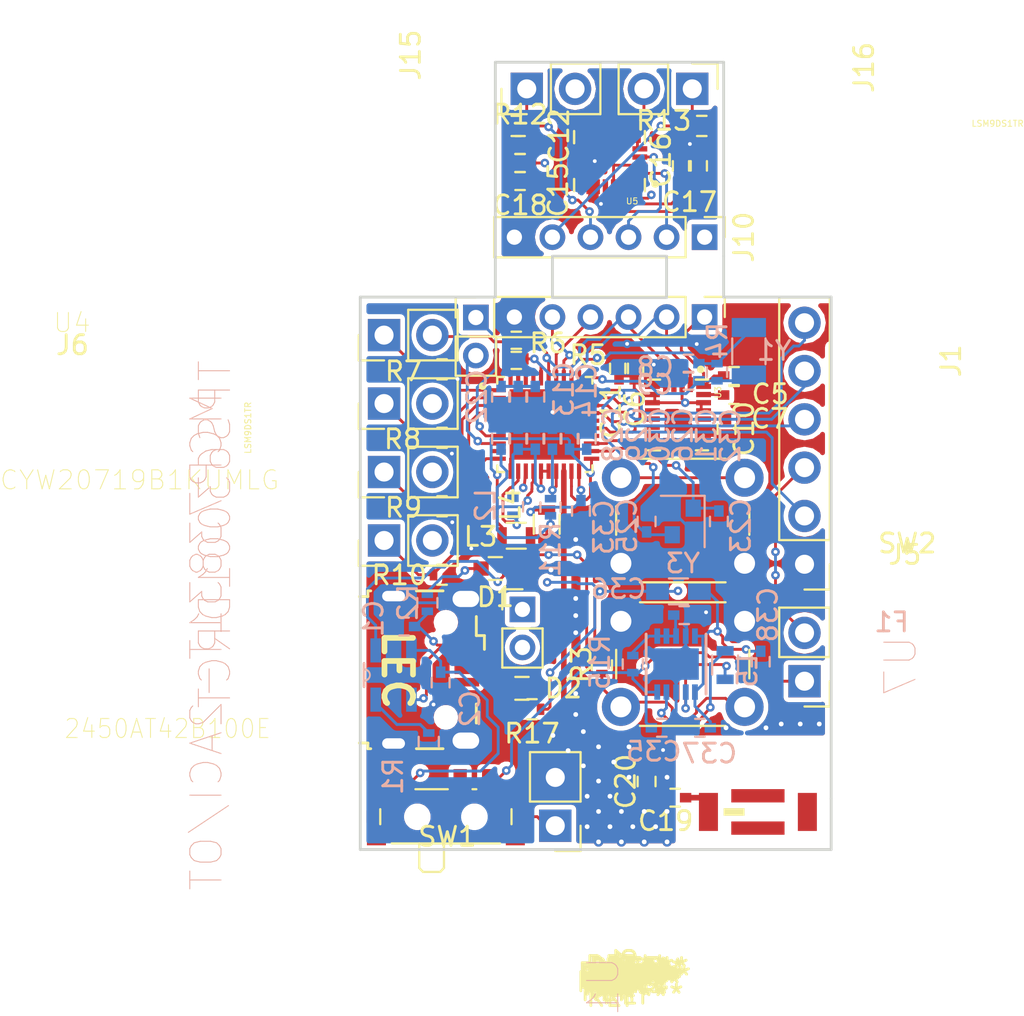
<source format=kicad_pcb>
(kicad_pcb (version 4) (host pcbnew 4.0.7)
  (layers (0 F.Cu signal) (1 In1.Cu signal hide) (2 In2.Cu signal hide) (31 B.Cu signal) (34 B.Paste user) (35 F.Paste user) (36 B.SilkS user) (37 F.SilkS user) (38 B.Mask user) (39 F.Mask user) (44 Edge.Cuts user))
  (net 0 "")
  (net 1 GND)
  (net 2 USBVCC)
  (net 3 USBGND)
  (net 4 "Net-(AE1-Pad1)")
  (net 5 ChgVDD)
  (net 6 BatteryOutChg)
  (net 7 3.3v)
  (net 8 "Net-(C7-Pad2)")
  (net 9 "Net-(C8-Pad1)")
  (net 10 "Net-(C9-Pad2)")
  (net 11 "Net-(C10-Pad2)")
  (net 12 "Net-(C16-Pad2)")
  (net 13 "Net-(C17-Pad2)")
  (net 14 "Net-(C19-Pad1)")
  (net 15 "Net-(C23-Pad1)")
  (net 16 "Net-(C25-Pad1)")
  (net 17 PAVDD)
  (net 18 1P2VRF)
  (net 19 CBUCK_OUT)
  (net 20 "Net-(C31-Pad2)")
  (net 21 "Net-(C33-Pad2)")
  (net 22 BatteryOutBuck)
  (net 23 "Net-(C36-Pad1)")
  (net 24 "Net-(C37-Pad1)")
  (net 25 "Net-(D1-Pad2)")
  (net 26 "Net-(D1-Pad1)")
  (net 27 "Net-(D2-Pad2)")
  (net 28 SCLK)
  (net 29 SDA)
  (net 30 PSensor1)
  (net 31 PSensor2)
  (net 32 /BT_UART_RTS)
  (net 33 "Net-(J17-Pad2)")
  (net 34 /BT_UART_RX)
  (net 35 /BT_UART_TX)
  (net 36 /BT_UART_CTS)
  (net 37 "Net-(J3-Pad2)")
  (net 38 "Net-(J3-Pad3)")
  (net 39 "Net-(J3-Pad4)")
  (net 40 "Net-(J4-Pad1)")
  (net 41 Sensor1)
  (net 42 Sensor2)
  (net 43 Sensor3)
  (net 44 SCLK-USB)
  (net 45 SDA-USB)
  (net 46 Sensor4)
  (net 47 "Net-(L2-Pad2)")
  (net 48 "Net-(L5-Pad1)")
  (net 49 "Net-(L5-Pad2)")
  (net 50 "Net-(R1-Pad1)")
  (net 51 RST_N)
  (net 52 "Net-(U3-Pad9)")
  (net 53 "Net-(U3-Pad10)")
  (net 54 "Net-(U3-Pad11)")
  (net 55 "Net-(U3-Pad12)")
  (net 56 "Net-(U3-Pad13)")
  (net 57 "Net-(U4-Pad37)")
  (net 58 "Net-(U4-Pad40)")
  (net 59 "Net-(U4-Pad24)")
  (net 60 "Net-(U4-Pad26)")
  (net 61 "Net-(U5-Pad9)")
  (net 62 "Net-(U5-Pad10)")
  (net 63 "Net-(U5-Pad11)")
  (net 64 "Net-(U5-Pad12)")
  (net 65 "Net-(U5-Pad13)")
  (net 66 "Net-(J6-Pad1)")
  (net 67 "Net-(J6-Pad2)")
  (net 68 "Net-(U4-Pad38)")
  (net 69 "Net-(U4-Pad5)")
  (net 70 "Net-(U4-Pad6)")
  (net 71 "Net-(U4-Pad9)")
  (module StitchingVias (layer F.Cu) (at 113.025 69)
    (fp_text reference REF** (at 3.95 16.875) (layer F.SilkS))
    (fp_text value StitchingVias)
  )
  (module StitchingVias (layer F.Cu) (at 119.025 75.5)
    (fp_text reference REF** (at -2.05 11) (layer F.SilkS))
    (fp_text value StitchingVias)
    (pad 1 thru_hole circle (at 0 0) (size 0.5 0.5) (drill 0.25) (layers *.Cu *.Mask) (net 1 GND))
  )
  (module StitchingVias (layer F.Cu) (at 117.025 73.9)
    (fp_text reference REF** (at -0.4 12.85) (layer F.SilkS))
    (fp_text value StitchingVias)
    (pad 1 thru_hole circle (at 0 0) (size 0.5 0.5) (drill 0.25) (layers *.Cu *.Mask) (net 1 GND))
  )
  (module StitchingVias (layer F.Cu) (at 114.225 66.1)
    (fp_text reference REF** (at 2.825 19.45) (layer F.SilkS))
    (fp_text value StitchingVias)
    (pad 1 thru_hole circle (at 0 0) (size 0.5 0.5) (drill 0.25) (layers *.Cu *.Mask) (net 1 GND))
  )
  (module StitchingVias (layer F.Cu) (at 114.225 67.9)
    (fp_text reference REF** (at 3.15 18.425) (layer F.SilkS))
    (fp_text value StitchingVias)
    (pad 1 thru_hole circle (at 0 0) (size 0.5 0.5) (drill 0.25) (layers *.Cu *.Mask) (net 1 GND))
  )
  (module StitchingVias (layer F.Cu) (at 114.225 71.1)
    (fp_text reference REF** (at 2.65 14.825) (layer F.SilkS))
    (fp_text value StitchingVias)
    (pad 1 thru_hole circle (at 0 0) (size 0.5 0.5) (drill 0.25) (layers *.Cu *.Mask) (net 1 GND))
  )
  (module StitchingVias (layer F.Cu) (at 112.925 64.6)
    (fp_text reference REF** (at 4.825 22.325) (layer F.SilkS))
    (fp_text value StitchingVias)
    (pad 1 thru_hole circle (at 0 0) (size 0.5 0.5) (drill 0.25) (layers *.Cu *.Mask) (net 1 GND))
  )
  (module StitchingVias (layer F.Cu) (at 114.225 67)
    (fp_text reference REF** (at 2.65 18.425) (layer F.SilkS))
    (fp_text value StitchingVias)
    (pad 1 thru_hole circle (at 0 0) (size 0.5 0.5) (drill 0.25) (layers *.Cu *.Mask) (net 1 GND))
  )
  (module StitchingVias (layer F.Cu) (at 122.125 72.9)
    (fp_text reference REF** (at -5.225 13.225) (layer F.SilkS))
    (fp_text value StitchingVias)
    (pad 1 thru_hole circle (at 0 0) (size 0.5 0.5) (drill 0.25) (layers *.Cu *.Mask) (net 1 GND))
  )
  (module StitchingVias (layer F.Cu) (at 113.025 72.4)
    (fp_text reference REF** (at 4.1 13.275) (layer F.SilkS))
    (fp_text value StitchingVias)
  )
  (module StitchingVias (layer F.Cu) (at 114.225 63)
    (fp_text reference REF** (at 3.925 22.975) (layer F.SilkS))
    (fp_text value StitchingVias)
    (pad 1 thru_hole circle (at 0 0) (size 0.5 0.5) (drill 0.25) (layers *.Cu *.Mask) (net 1 GND))
  )
  (module StitchingVias (layer F.Cu) (at 113.025 73.3)
    (fp_text reference REF** (at 3.575 12.8) (layer F.SilkS))
    (fp_text value StitchingVias)
    (pad 1 thru_hole circle (at 0 0) (size 0.5 0.5) (drill 0.25) (layers *.Cu *.Mask) (net 1 GND))
  )
  (module StitchingVias (layer F.Cu) (at 114.225 72.2)
    (fp_text reference REF** (at 2.25 13.6) (layer F.SilkS))
    (fp_text value StitchingVias)
    (pad 1 thru_hole circle (at 0 0) (size 0.5 0.5) (drill 0.25) (layers *.Cu *.Mask) (net 1 GND))
  )
  (module StitchingVias (layer F.Cu) (at 115.425 78.9)
    (fp_text reference REF** (at 0.975 7.375) (layer F.SilkS))
    (fp_text value StitchingVias)
    (pad 1 thru_hole circle (at 0 0) (size 0.5 0.5) (drill 0.25) (layers *.Cu *.Mask) (net 1 GND))
  )
  (module StitchingVias (layer F.Cu) (at 116.625 78.9)
    (fp_text reference REF** (at 0.325 7.5) (layer F.SilkS))
    (fp_text value StitchingVias)
    (pad 1 thru_hole circle (at 0 0) (size 0.5 0.5) (drill 0.25) (layers *.Cu *.Mask) (net 1 GND))
  )
  (module StitchingVias (layer F.Cu) (at 125.025 72.7)
    (fp_text reference REF** (at -7.35 13.35) (layer F.SilkS))
    (fp_text value StitchingVias)
    (pad 1 thru_hole circle (at 0 0) (size 0.5 0.5) (drill 0.25) (layers *.Cu *.Mask) (net 1 GND))
  )
  (module StitchingVias (layer F.Cu) (at 126.025 72.7)
    (fp_text reference REF** (at -8.35 13.475) (layer F.SilkS))
    (fp_text value StitchingVias)
    (pad 1 thru_hole circle (at 0 0) (size 0.5 0.5) (drill 0.25) (layers *.Cu *.Mask) (net 1 GND))
  )
  (module StitchingVias (layer F.Cu) (at 127.025 72.7)
    (fp_text reference REF** (at -9.2 12.9) (layer F.SilkS))
    (fp_text value StitchingVias)
    (pad 1 thru_hole circle (at 0 0) (size 0.5 0.5) (drill 0.25) (layers *.Cu *.Mask) (net 1 GND))
  )
  (module StitchingVias (layer F.Cu) (at 118.425 78.1)
    (fp_text reference REF** (at -0.65 8) (layer F.SilkS))
    (fp_text value StitchingVias)
    (pad 1 thru_hole circle (at 0 0) (size 0.5 0.5) (drill 0.25) (layers *.Cu *.Mask) (net 1 GND))
  )
  (module StitchingVias (layer F.Cu) (at 117.825 77.3)
    (fp_text reference REF** (at -0.075 8.8) (layer F.SilkS))
    (fp_text value StitchingVias)
    (pad 1 thru_hole circle (at 0 0) (size 0.5 0.5) (drill 0.25) (layers *.Cu *.Mask) (net 1 GND))
  )
  (module StitchingVias (layer F.Cu) (at 117.825 78.9)
    (fp_text reference REF** (at -0.825 7.475) (layer F.SilkS))
    (fp_text value StitchingVias)
    (pad 1 thru_hole circle (at 0 0) (size 0.5 0.5) (drill 0.25) (layers *.Cu *.Mask) (net 1 GND))
  )
  (module StitchingVias (layer F.Cu) (at 124.225 72.9)
    (fp_text reference REF** (at -6.9 13.375) (layer F.SilkS))
    (fp_text value StitchingVias)
    (pad 1 thru_hole circle (at 0 0) (size 0.5 0.5) (drill 0.25) (layers *.Cu *.Mask) (net 1 GND))
  )
  (module StitchingVias (layer F.Cu) (at 119.025 78.9)
    (fp_text reference REF** (at -2.275 7.55) (layer F.SilkS))
    (fp_text value StitchingVias)
    (pad 1 thru_hole circle (at 0 0) (size 0.5 0.5) (drill 0.25) (layers *.Cu *.Mask) (net 1 GND))
  )
  (module StitchingVias (layer F.Cu) (at 113.825 74.1)
    (fp_text reference REF** (at 3.05 12.1) (layer F.SilkS))
    (fp_text value StitchingVias)
    (pad 1 thru_hole circle (at 0 0) (size 0.5 0.5) (drill 0.25) (layers *.Cu *.Mask) (net 1 GND))
  )
  (module StitchingVias (layer F.Cu) (at 116.225 74.7)
    (fp_text reference REF** (at 0.85 11.6) (layer F.SilkS))
    (fp_text value StitchingVias)
    (pad 1 thru_hole circle (at 0 0) (size 0.5 0.5) (drill 0.25) (layers *.Cu *.Mask) (net 1 GND))
  )
  (module StitchingVias (layer F.Cu) (at 115.425 75.7)
    (fp_text reference REF** (at 1.1 10.25) (layer F.SilkS))
    (fp_text value StitchingVias)
    (pad 1 thru_hole circle (at 0 0) (size 0.5 0.5) (drill 0.25) (layers *.Cu *.Mask) (net 1 GND))
  )
  (module StitchingVias (layer F.Cu) (at 116.025 78.1)
    (fp_text reference REF** (at 1.575 7.9) (layer F.SilkS))
    (fp_text value StitchingVias)
    (pad 1 thru_hole circle (at 0 0) (size 0.5 0.5) (drill 0.25) (layers *.Cu *.Mask) (net 1 GND))
  )
  (module StitchingVias (layer F.Cu) (at 119.025 77.3)
    (fp_text reference REF** (at -2.325 9) (layer F.SilkS))
    (fp_text value StitchingVias)
    (pad 1 thru_hole circle (at 0 0) (size 0.5 0.5) (drill 0.25) (layers *.Cu *.Mask) (net 1 GND))
  )
  (module StitchingVias (layer F.Cu) (at 114.625 73.1)
    (fp_text reference REF** (at 1.9 13) (layer F.SilkS))
    (fp_text value StitchingVias)
    (pad 1 thru_hole circle (at 0 0) (size 0.5 0.5) (drill 0.25) (layers *.Cu *.Mask) (net 1 GND))
  )
  (module StitchingVias (layer F.Cu) (at 117.025 75.5)
    (fp_text reference REF** (at -0.15 10.575) (layer F.SilkS))
    (fp_text value StitchingVias)
    (pad 1 thru_hole circle (at 0 0) (size 0.5 0.5) (drill 0.25) (layers *.Cu *.Mask) (net 1 GND))
  )
  (module StitchingVias (layer F.Cu) (at 114.825 76.5)
    (fp_text reference REF** (at 3.2 9.025) (layer F.SilkS))
    (fp_text value StitchingVias)
    (pad 1 thru_hole circle (at 0 0) (size 0.5 0.5) (drill 0.25) (layers *.Cu *.Mask) (net 1 GND))
  )
  (module StitchingVias (layer F.Cu) (at 114.825 78.1)
    (fp_text reference REF** (at 2.425 7.875) (layer F.SilkS))
    (fp_text value StitchingVias)
    (pad 1 thru_hole circle (at 0 0) (size 0.5 0.5) (drill 0.25) (layers *.Cu *.Mask) (net 1 GND))
  )
  (module StitchingVias (layer F.Cu) (at 117.225 78.1)
    (fp_text reference REF** (at 0.15 8.1) (layer F.SilkS))
    (fp_text value StitchingVias)
    (pad 1 thru_hole circle (at 0 0) (size 0.5 0.5) (drill 0.25) (layers *.Cu *.Mask) (net 1 GND))
  )
  (module StitchingVias (layer F.Cu) (at 114.625 74.9)
    (fp_text reference REF** (at 3.025 11.475) (layer F.SilkS))
    (fp_text value StitchingVias)
    (pad 1 thru_hole circle (at 0 0) (size 0.5 0.5) (drill 0.25) (layers *.Cu *.Mask) (net 1 GND))
  )
  (module StitchingVias (layer F.Cu) (at 115.425 73.9)
    (fp_text reference REF** (at 1.625 12) (layer F.SilkS))
    (fp_text value StitchingVias)
    (pad 1 thru_hole circle (at 0 0) (size 0.5 0.5) (drill 0.25) (layers *.Cu *.Mask) (net 1 GND))
  )
  (module StitchingVias (layer F.Cu) (at 116.025 76.5)
    (fp_text reference REF** (at 1.2 9.375) (layer F.SilkS))
    (fp_text value StitchingVias)
    (pad 1 thru_hole circle (at 0 0) (size 0.5 0.5) (drill 0.25) (layers *.Cu *.Mask) (net 1 GND))
  )
  (module StitchingVias (layer F.Cu) (at 115.425 77.3)
    (fp_text reference REF** (at 1.2 8.7) (layer F.SilkS))
    (fp_text value StitchingVias)
    (pad 1 thru_hole circle (at 0 0) (size 0.5 0.5) (drill 0.25) (layers *.Cu *.Mask) (net 1 GND))
  )
  (module StitchingVias (layer F.Cu) (at 116.625 77.3)
    (fp_text reference REF** (at 0.3 9.75) (layer F.SilkS))
    (fp_text value StitchingVias)
    (pad 1 thru_hole circle (at 0 0) (size 0.5 0.5) (drill 0.25) (layers *.Cu *.Mask) (net 1 GND))
  )
  (module Capacitors_SMD:C_0402 (layer F.Cu) (at 116.5 54 90)
    (fp_text reference C11 (at -2.25 -0.425 90) (layer F.SilkS))
    (fp_text value C)
    (pad 1 smd rect (at -0.55 0 90) (size 0.6 0.5) (layers F.Cu F.Paste F.Mask) (net 7 3.3v))
    (pad 2 smd rect (at 0.55 0 90) (size 0.6 0.5) (layers F.Cu F.Paste F.Mask) (net 1 GND))
  )
  (module LSM9DS1TR:PQFN43P300X350X102-24N (layer F.Cu) (at 119.6 56.45 270)
    (fp_text reference U3 (at -1.18911 -2.10659 270) (layer F.SilkS) (effects (font (size 0.320516 0.320516) (thickness 0.05))))
    (fp_text value LSM9DS1TR (at 0.675 22.6 270) (layer F.SilkS) (effects (font (size 0.320256 0.320256) (thickness 0.05))))
    (pad 1 smd rect (at -1.505 -1.345) (size 0.78 0.28) (layers F.Cu F.Paste F.Mask) (net 7 3.3v))
    (pad 2 smd rect (at -1.595 -0.645 90) (size 0.78 0.28) (layers F.Cu F.Paste F.Mask) (net 28 SCLK))
    (pad 3 smd rect (at -1.595 -0.215 90) (size 0.78 0.28) (layers F.Cu F.Paste F.Mask) (net 7 3.3v))
    (pad 4 smd rect (at -1.595 0.215 90) (size 0.78 0.28) (layers F.Cu F.Paste F.Mask) (net 29 SDA))
    (pad 5 smd rect (at -1.595 0.645 90) (size 0.78 0.28) (layers F.Cu F.Paste F.Mask) (net 1 GND))
    (pad 6 smd rect (at -1.505 1.345 180) (size 0.78 0.28) (layers F.Cu F.Paste F.Mask) (net 1 GND))
    (pad 7 smd rect (at -1.075 1.345 180) (size 0.78 0.28) (layers F.Cu F.Paste F.Mask) (net 7 3.3v))
    (pad 8 smd rect (at -0.645 1.345 180) (size 0.78 0.28) (layers F.Cu F.Paste F.Mask) (net 7 3.3v))
    (pad 9 smd rect (at -0.215 1.345 180) (size 0.78 0.28) (layers F.Cu F.Paste F.Mask) (net 52 "Net-(U3-Pad9)"))
    (pad 10 smd rect (at 0.215 1.345 180) (size 0.78 0.28) (layers F.Cu F.Paste F.Mask) (net 53 "Net-(U3-Pad10)"))
    (pad 11 smd rect (at 0.645 1.345 180) (size 0.78 0.28) (layers F.Cu F.Paste F.Mask) (net 54 "Net-(U3-Pad11)"))
    (pad 12 smd rect (at 1.075 1.345 180) (size 0.78 0.28) (layers F.Cu F.Paste F.Mask) (net 55 "Net-(U3-Pad12)"))
    (pad 13 smd rect (at 1.505 1.345 180) (size 0.78 0.28) (layers F.Cu F.Paste F.Mask) (net 56 "Net-(U3-Pad13)"))
    (pad 14 smd rect (at 1.595 0.645 270) (size 0.78 0.28) (layers F.Cu F.Paste F.Mask))
    (pad 15 smd rect (at 1.595 0.215 270) (size 0.78 0.28) (layers F.Cu F.Paste F.Mask))
    (pad 16 smd rect (at 1.595 -0.215 270) (size 0.78 0.28) (layers F.Cu F.Paste F.Mask))
    (pad 17 smd rect (at 1.595 -0.645 270) (size 0.78 0.28) (layers F.Cu F.Paste F.Mask))
    (pad 18 smd rect (at 1.505 -1.345) (size 0.78 0.28) (layers F.Cu F.Paste F.Mask))
    (pad 19 smd rect (at 1.075 -1.345) (size 0.78 0.28) (layers F.Cu F.Paste F.Mask) (net 1 GND))
    (pad 20 smd rect (at 0.645 -1.345) (size 0.78 0.28) (layers F.Cu F.Paste F.Mask) (net 1 GND))
    (pad 21 smd rect (at 0.215 -1.345) (size 0.78 0.28) (layers F.Cu F.Paste F.Mask) (net 11 "Net-(C10-Pad2)"))
    (pad 22 smd rect (at -0.215 -1.345) (size 0.78 0.28) (layers F.Cu F.Paste F.Mask) (net 7 3.3v))
    (pad 23 smd rect (at -0.645 -1.345) (size 0.78 0.28) (layers F.Cu F.Paste F.Mask) (net 7 3.3v))
    (pad 24 smd rect (at -1.075 -1.345) (size 0.78 0.28) (layers F.Cu F.Paste F.Mask) (net 8 "Net-(C7-Pad2)"))
  )
  (module CYW20719B1KUMLG:QFN40P500X500X60-41N (layer F.Cu) (at 112.6 56.95)
    (fp_text reference U4 (at -24.85 -5.35) (layer F.SilkS) (effects (font (size 1.00086 1.00086) (thickness 0.05))))
    (fp_text value CYW20719B1KUMLG (at -21.3 2.925) (layer F.SilkS) (effects (font (size 1.00054 1.00054) (thickness 0.05))))
    (pad 11 smd rect (at -1.8 2.455 90) (size 0.81 0.22) (layers F.Cu F.Paste F.Mask) (net 1 GND))
    (pad 12 smd rect (at -1.4 2.455 90) (size 0.81 0.22) (layers F.Cu F.Paste F.Mask) (net 47 "Net-(L2-Pad2)"))
    (pad 13 smd rect (at -1 2.455 90) (size 0.81 0.22) (layers F.Cu F.Paste F.Mask) (net 7 3.3v))
    (pad 14 smd rect (at -0.6 2.455 90) (size 0.81 0.22) (layers F.Cu F.Paste F.Mask) (net 18 1P2VRF))
    (pad 15 smd rect (at -0.2 2.455 90) (size 0.81 0.22) (layers F.Cu F.Paste F.Mask) (net 19 CBUCK_OUT))
    (pad 16 smd rect (at 0.2 2.455 90) (size 0.81 0.22) (layers F.Cu F.Paste F.Mask) (net 19 CBUCK_OUT))
    (pad 17 smd rect (at 0.6 2.455 90) (size 0.81 0.22) (layers F.Cu F.Paste F.Mask) (net 17 PAVDD))
    (pad 18 smd rect (at 1 2.455 90) (size 0.81 0.22) (layers F.Cu F.Paste F.Mask) (net 14 "Net-(C19-Pad1)"))
    (pad 19 smd rect (at 1.4 2.455 90) (size 0.81 0.22) (layers F.Cu F.Paste F.Mask) (net 20 "Net-(C31-Pad2)"))
    (pad 20 smd rect (at 1.8 2.455 90) (size 0.81 0.22) (layers F.Cu F.Paste F.Mask) (net 21 "Net-(C33-Pad2)"))
    (pad 31 smd rect (at 1.8 -2.455 90) (size 0.81 0.22) (layers F.Cu F.Paste F.Mask) (net 10 "Net-(C9-Pad2)"))
    (pad 32 smd rect (at 1.4 -2.455 90) (size 0.81 0.22) (layers F.Cu F.Paste F.Mask) (net 9 "Net-(C8-Pad1)"))
    (pad 33 smd rect (at 1 -2.455 90) (size 0.81 0.22) (layers F.Cu F.Paste F.Mask) (net 31 PSensor2))
    (pad 34 smd rect (at 0.6 -2.455 90) (size 0.81 0.22) (layers F.Cu F.Paste F.Mask) (net 30 PSensor1))
    (pad 35 smd rect (at 0.2 -2.455 90) (size 0.81 0.22) (layers F.Cu F.Paste F.Mask) (net 29 SDA))
    (pad 36 smd rect (at -0.2 -2.455 90) (size 0.81 0.22) (layers F.Cu F.Paste F.Mask) (net 28 SCLK))
    (pad 37 smd rect (at -0.6 -2.455 90) (size 0.81 0.22) (layers F.Cu F.Paste F.Mask) (net 57 "Net-(U4-Pad37)"))
    (pad 38 smd rect (at -1 -2.455 90) (size 0.81 0.22) (layers F.Cu F.Paste F.Mask) (net 68 "Net-(U4-Pad38)"))
    (pad 39 smd rect (at -1.4 -2.455 90) (size 0.81 0.22) (layers F.Cu F.Paste F.Mask) (net 7 3.3v))
    (pad 40 smd rect (at -1.8 -2.455 90) (size 0.81 0.22) (layers F.Cu F.Paste F.Mask) (net 58 "Net-(U4-Pad40)"))
    (pad 1 smd rect (at -2.455 -1.8) (size 0.81 0.22) (layers F.Cu F.Paste F.Mask) (net 41 Sensor1))
    (pad 2 smd rect (at -2.455 -1.4) (size 0.81 0.22) (layers F.Cu F.Paste F.Mask) (net 42 Sensor2))
    (pad 3 smd rect (at -2.455 -1) (size 0.81 0.22) (layers F.Cu F.Paste F.Mask) (net 43 Sensor3))
    (pad 4 smd rect (at -2.455 -0.6) (size 0.81 0.22) (layers F.Cu F.Paste F.Mask) (net 46 Sensor4))
    (pad 5 smd rect (at -2.455 -0.2) (size 0.81 0.22) (layers F.Cu F.Paste F.Mask) (net 69 "Net-(U4-Pad5)"))
    (pad 6 smd rect (at -2.455 0.2) (size 0.81 0.22) (layers F.Cu F.Paste F.Mask) (net 70 "Net-(U4-Pad6)"))
    (pad 7 smd rect (at -2.455 0.6) (size 0.81 0.22) (layers F.Cu F.Paste F.Mask) (net 66 "Net-(J6-Pad1)"))
    (pad 8 smd rect (at -2.455 1) (size 0.81 0.22) (layers F.Cu F.Paste F.Mask) (net 67 "Net-(J6-Pad2)"))
    (pad 9 smd rect (at -2.455 1.4) (size 0.81 0.22) (layers F.Cu F.Paste F.Mask) (net 71 "Net-(U4-Pad9)"))
    (pad 10 smd rect (at -2.455 1.8) (size 0.81 0.22) (layers F.Cu F.Paste F.Mask) (net 51 RST_N))
    (pad 21 smd rect (at 2.455 1.8) (size 0.81 0.22) (layers F.Cu F.Paste F.Mask) (net 20 "Net-(C31-Pad2)"))
    (pad 22 smd rect (at 2.455 1.4) (size 0.81 0.22) (layers F.Cu F.Paste F.Mask) (net 16 "Net-(C25-Pad1)"))
    (pad 23 smd rect (at 2.455 1) (size 0.81 0.22) (layers F.Cu F.Paste F.Mask) (net 15 "Net-(C23-Pad1)"))
    (pad 24 smd rect (at 2.455 0.6) (size 0.81 0.22) (layers F.Cu F.Paste F.Mask) (net 59 "Net-(U4-Pad24)"))
    (pad 25 smd rect (at 2.455 0.2) (size 0.81 0.22) (layers F.Cu F.Paste F.Mask) (net 7 3.3v))
    (pad 26 smd rect (at 2.455 -0.2) (size 0.81 0.22) (layers F.Cu F.Paste F.Mask) (net 60 "Net-(U4-Pad26)"))
    (pad 27 smd rect (at 2.455 -0.6) (size 0.81 0.22) (layers F.Cu F.Paste F.Mask) (net 34 /BT_UART_RX))
    (pad 28 smd rect (at 2.455 -1) (size 0.81 0.22) (layers F.Cu F.Paste F.Mask) (net 35 /BT_UART_TX))
    (pad 29 smd rect (at 2.455 -1.4) (size 0.81 0.22) (layers F.Cu F.Paste F.Mask) (net 32 /BT_UART_RTS))
    (pad 30 smd rect (at 2.455 -1.8) (size 0.81 0.22) (layers F.Cu F.Paste F.Mask) (net 36 /BT_UART_CTS))
    (pad 41 smd rect (at 0 0) (size 3.7 3.7) (layers F.Cu F.Paste F.Mask) (net 1 GND))
  )
  (module LSM9DS1TR:PQFN43P300X350X102-24N (layer F.Cu) (at 116 43.1 180)
    (fp_text reference U5 (at -1.18911 -2.10659 180) (layer F.SilkS) (effects (font (size 0.320516 0.320516) (thickness 0.05))))
    (fp_text value LSM9DS1TR (at -20.4 1.975 180) (layer F.SilkS) (effects (font (size 0.320256 0.320256) (thickness 0.05))))
    (pad 1 smd rect (at -1.505 -1.345 270) (size 0.78 0.28) (layers F.Cu F.Paste F.Mask) (net 2 USBVCC))
    (pad 2 smd rect (at -1.595 -0.645) (size 0.78 0.28) (layers F.Cu F.Paste F.Mask) (net 44 SCLK-USB))
    (pad 3 smd rect (at -1.595 -0.215) (size 0.78 0.28) (layers F.Cu F.Paste F.Mask) (net 2 USBVCC))
    (pad 4 smd rect (at -1.595 0.215) (size 0.78 0.28) (layers F.Cu F.Paste F.Mask) (net 45 SDA-USB))
    (pad 5 smd rect (at -1.595 0.645) (size 0.78 0.28) (layers F.Cu F.Paste F.Mask) (net 2 USBVCC))
    (pad 6 smd rect (at -1.505 1.345 90) (size 0.78 0.28) (layers F.Cu F.Paste F.Mask) (net 2 USBVCC))
    (pad 7 smd rect (at -1.075 1.345 90) (size 0.78 0.28) (layers F.Cu F.Paste F.Mask) (net 2 USBVCC))
    (pad 8 smd rect (at -0.645 1.345 90) (size 0.78 0.28) (layers F.Cu F.Paste F.Mask) (net 2 USBVCC))
    (pad 9 smd rect (at -0.215 1.345 90) (size 0.78 0.28) (layers F.Cu F.Paste F.Mask) (net 61 "Net-(U5-Pad9)"))
    (pad 10 smd rect (at 0.215 1.345 90) (size 0.78 0.28) (layers F.Cu F.Paste F.Mask) (net 62 "Net-(U5-Pad10)"))
    (pad 11 smd rect (at 0.645 1.345 90) (size 0.78 0.28) (layers F.Cu F.Paste F.Mask) (net 63 "Net-(U5-Pad11)"))
    (pad 12 smd rect (at 1.075 1.345 90) (size 0.78 0.28) (layers F.Cu F.Paste F.Mask) (net 64 "Net-(U5-Pad12)"))
    (pad 13 smd rect (at 1.505 1.345 90) (size 0.78 0.28) (layers F.Cu F.Paste F.Mask) (net 65 "Net-(U5-Pad13)"))
    (pad 14 smd rect (at 1.595 0.645 180) (size 0.78 0.28) (layers F.Cu F.Paste F.Mask))
    (pad 15 smd rect (at 1.595 0.215 180) (size 0.78 0.28) (layers F.Cu F.Paste F.Mask))
    (pad 16 smd rect (at 1.595 -0.215 180) (size 0.78 0.28) (layers F.Cu F.Paste F.Mask))
    (pad 17 smd rect (at 1.595 -0.645 180) (size 0.78 0.28) (layers F.Cu F.Paste F.Mask))
    (pad 18 smd rect (at 1.505 -1.345 270) (size 0.78 0.28) (layers F.Cu F.Paste F.Mask))
    (pad 19 smd rect (at 1.075 -1.345 270) (size 0.78 0.28) (layers F.Cu F.Paste F.Mask) (net 3 USBGND))
    (pad 20 smd rect (at 0.645 -1.345 270) (size 0.78 0.28) (layers F.Cu F.Paste F.Mask) (net 3 USBGND))
    (pad 21 smd rect (at 0.215 -1.345 270) (size 0.78 0.28) (layers F.Cu F.Paste F.Mask) (net 13 "Net-(C17-Pad2)"))
    (pad 22 smd rect (at -0.215 -1.345 270) (size 0.78 0.28) (layers F.Cu F.Paste F.Mask) (net 2 USBVCC))
    (pad 23 smd rect (at -0.645 -1.345 270) (size 0.78 0.28) (layers F.Cu F.Paste F.Mask) (net 2 USBVCC))
    (pad 24 smd rect (at -1.075 -1.345 270) (size 0.78 0.28) (layers F.Cu F.Paste F.Mask) (net 12 "Net-(C16-Pad2)"))
  )
  (module Capacitors_SMD:C_0402 (layer B.Cu) (at 105.2 67.575 180)
    (fp_text reference C1 (at 1.6 0.425 270) (layer B.SilkS) (effects (justify mirror)))
    (fp_text value C)
    (pad 1 smd rect (at -0.55 0 180) (size 0.6 0.5) (layers B.Cu B.Paste B.Mask) (net 5 ChgVDD))
    (pad 2 smd rect (at 0.55 0 180) (size 0.6 0.5) (layers B.Cu B.Paste B.Mask) (net 1 GND))
  )
  (module Capacitors_SMD:C_0402 (layer B.Cu) (at 107.125 70.525 270)
    (fp_text reference C2 (at 1.375 -1.55 270) (layer B.SilkS) (effects (justify mirror)))
    (fp_text value C)
    (pad 1 smd rect (at -0.55 0 270) (size 0.6 0.5) (layers B.Cu B.Paste B.Mask) (net 6 BatteryOutChg))
    (pad 2 smd rect (at 0.55 0 270) (size 0.6 0.5) (layers B.Cu B.Paste B.Mask) (net 1 GND))
  )
  (module Capacitors_SMD:C_0402 (layer F.Cu) (at 122.55 54.4 180)
    (fp_text reference C5 (at -1.9 -0.95 180) (layer F.SilkS))
    (fp_text value C)
    (pad 1 smd rect (at -0.55 0 180) (size 0.6 0.5) (layers F.Cu F.Paste F.Mask) (net 1 GND))
    (pad 2 smd rect (at 0.55 0 180) (size 0.6 0.5) (layers F.Cu F.Paste F.Mask) (net 7 3.3v))
  )
  (module Capacitors_SMD:C_0402 (layer F.Cu) (at 117.3 54 90)
    (fp_text reference C6 (at -2.125 0.025 90) (layer F.SilkS))
    (fp_text value C)
    (pad 1 smd rect (at -0.55 0 90) (size 0.6 0.5) (layers F.Cu F.Paste F.Mask) (net 7 3.3v))
    (pad 2 smd rect (at 0.55 0 90) (size 0.6 0.5) (layers F.Cu F.Paste F.Mask) (net 1 GND))
  )
  (module Capacitors_SMD:C_0402 (layer F.Cu) (at 122.55 55.4 180)
    (fp_text reference C7 (at -1.875 -1.25 180) (layer F.SilkS))
    (fp_text value C)
    (pad 1 smd rect (at -0.55 0 180) (size 0.6 0.5) (layers F.Cu F.Paste F.Mask) (net 1 GND))
    (pad 2 smd rect (at 0.55 0 180) (size 0.6 0.5) (layers F.Cu F.Paste F.Mask) (net 8 "Net-(C7-Pad2)"))
  )
  (module Capacitors_SMD:C_0402 (layer B.Cu) (at 120.15 53.75 180)
    (fp_text reference C8 (at 1.75 -0.175 180) (layer B.SilkS) (effects (justify mirror)))
    (fp_text value C)
    (pad 1 smd rect (at -0.55 0 180) (size 0.6 0.5) (layers B.Cu B.Paste B.Mask) (net 9 "Net-(C8-Pad1)"))
    (pad 2 smd rect (at 0.55 0 180) (size 0.6 0.5) (layers B.Cu B.Paste B.Mask) (net 1 GND))
  )
  (module Capacitors_SMD:C_0402 (layer B.Cu) (at 120.15 54.65)
    (fp_text reference C9 (at -1.775 0.2) (layer B.SilkS) (effects (justify mirror)))
    (fp_text value C)
    (pad 1 smd rect (at -0.55 0) (size 0.6 0.5) (layers B.Cu B.Paste B.Mask) (net 1 GND))
    (pad 2 smd rect (at 0.55 0) (size 0.6 0.5) (layers B.Cu B.Paste B.Mask) (net 10 "Net-(C9-Pad2)"))
  )
  (module Capacitors_SMD:C_0402 (layer F.Cu) (at 122.15 57.2 90)
    (fp_text reference C10 (at 0.025 0.925 90) (layer F.SilkS))
    (fp_text value C)
    (pad 1 smd rect (at -0.55 0 90) (size 0.6 0.5) (layers F.Cu F.Paste F.Mask) (net 1 GND))
    (pad 2 smd rect (at 0.55 0 90) (size 0.6 0.5) (layers F.Cu F.Paste F.Mask) (net 11 "Net-(C10-Pad2)"))
  )
  (module Capacitors_SMD:C_0402 (layer F.Cu) (at 111.3 43.2)
    (fp_text reference C12 (at 2.05 -1.425 90) (layer F.SilkS))
    (fp_text value C)
    (pad 1 smd rect (at -0.55 0) (size 0.6 0.5) (layers F.Cu F.Paste F.Mask) (net 3 USBGND))
    (pad 2 smd rect (at 0.55 0) (size 0.6 0.5) (layers F.Cu F.Paste F.Mask) (net 2 USBVCC))
  )
  (module Capacitors_SMD:C_0402 (layer B.Cu) (at 111.2 55.5 90)
    (fp_text reference C13 (at 0.4 2.4 90) (layer B.SilkS) (effects (justify mirror)))
    (fp_text value C)
    (pad 1 smd rect (at -0.55 0 90) (size 0.6 0.5) (layers B.Cu B.Paste B.Mask) (net 1 GND))
    (pad 2 smd rect (at 0.55 0 90) (size 0.6 0.5) (layers B.Cu B.Paste B.Mask) (net 7 3.3v))
  )
  (module Capacitors_SMD:C_0402 (layer B.Cu) (at 112.1 55.5 90)
    (fp_text reference C14 (at 0.35 2.7 90) (layer B.SilkS) (effects (justify mirror)))
    (fp_text value C)
    (pad 1 smd rect (at -0.55 0 90) (size 0.6 0.5) (layers B.Cu B.Paste B.Mask) (net 1 GND))
    (pad 2 smd rect (at 0.55 0 90) (size 0.6 0.5) (layers B.Cu B.Paste B.Mask) (net 7 3.3v))
  )
  (module Capacitors_SMD:C_0402 (layer F.Cu) (at 111.3 42.25 180)
    (fp_text reference C15 (at -2 -2.35 270) (layer F.SilkS))
    (fp_text value C)
    (pad 1 smd rect (at -0.55 0 180) (size 0.6 0.5) (layers F.Cu F.Paste F.Mask) (net 2 USBVCC))
    (pad 2 smd rect (at 0.55 0 180) (size 0.6 0.5) (layers F.Cu F.Paste F.Mask) (net 3 USBGND))
  )
  (module Capacitors_SMD:C_0402 (layer F.Cu) (at 119.8 43.35 270)
    (fp_text reference C16 (at -0.3 1.1 450) (layer F.SilkS))
    (fp_text value C)
    (pad 1 smd rect (at -0.55 0 270) (size 0.6 0.5) (layers F.Cu F.Paste F.Mask) (net 3 USBGND))
    (pad 2 smd rect (at 0.55 0 270) (size 0.6 0.5) (layers F.Cu F.Paste F.Mask) (net 12 "Net-(C16-Pad2)"))
  )
  (module Capacitors_SMD:C_0402 (layer F.Cu) (at 120.65 43.35 270)
    (fp_text reference C17 (at 1.9 0.45 540) (layer F.SilkS))
    (fp_text value C)
    (pad 1 smd rect (at -0.55 0 270) (size 0.6 0.5) (layers F.Cu F.Paste F.Mask) (net 3 USBGND))
    (pad 2 smd rect (at 0.55 0 270) (size 0.6 0.5) (layers F.Cu F.Paste F.Mask) (net 13 "Net-(C17-Pad2)"))
  )
  (module Capacitors_SMD:C_0402 (layer F.Cu) (at 111.3 44.15 180)
    (fp_text reference C18 (at 0 -1.27 180) (layer F.SilkS))
    (fp_text value C)
    (pad 1 smd rect (at -0.55 0 180) (size 0.6 0.5) (layers F.Cu F.Paste F.Mask) (net 2 USBVCC))
    (pad 2 smd rect (at 0.55 0 180) (size 0.6 0.5) (layers F.Cu F.Paste F.Mask) (net 3 USBGND))
  )
  (module Capacitors_SMD:C_0402 (layer F.Cu) (at 119.45 76.575)
    (fp_text reference C19 (at -0.5 1.225) (layer F.SilkS))
    (fp_text value C)
    (pad 1 smd rect (at -0.55 0) (size 0.6 0.5) (layers F.Cu F.Paste F.Mask) (net 14 "Net-(C19-Pad1)"))
    (pad 2 smd rect (at 0.55 0) (size 0.6 0.5) (layers F.Cu F.Paste F.Mask) (net 4 "Net-(AE1-Pad1)"))
  )
  (module Capacitors_SMD:C_0402 (layer F.Cu) (at 117.95 75.725 270)
    (fp_text reference C20 (at 0 1.1 270) (layer F.SilkS))
    (fp_text value C)
    (pad 1 smd rect (at -0.55 0 270) (size 0.6 0.5) (layers F.Cu F.Paste F.Mask) (net 1 GND))
    (pad 2 smd rect (at 0.55 0 270) (size 0.6 0.5) (layers F.Cu F.Paste F.Mask) (net 14 "Net-(C19-Pad1)"))
  )
  (module Capacitors_SMD:C_0402 (layer B.Cu) (at 110.3 55.5 270)
    (fp_text reference C22 (at 0 1.27 270) (layer B.SilkS) (effects (justify mirror)))
    (fp_text value C)
    (pad 1 smd rect (at -0.55 0 270) (size 0.6 0.5) (layers B.Cu B.Paste B.Mask) (net 7 3.3v))
    (pad 2 smd rect (at 0.55 0 270) (size 0.6 0.5) (layers B.Cu B.Paste B.Mask) (net 1 GND))
  )
  (module Capacitors_SMD:C_0402 (layer B.Cu) (at 121.75 62.05 270)
    (fp_text reference C23 (at 0.225 -1.15 270) (layer B.SilkS) (effects (justify mirror)))
    (fp_text value C)
    (pad 1 smd rect (at -0.55 0 270) (size 0.6 0.5) (layers B.Cu B.Paste B.Mask) (net 15 "Net-(C23-Pad1)"))
    (pad 2 smd rect (at 0.55 0 270) (size 0.6 0.5) (layers B.Cu B.Paste B.Mask) (net 1 GND))
  )
  (module Capacitors_SMD:C_0402 (layer B.Cu) (at 117.95 62.05 90)
    (fp_text reference C25 (at -0.225 -1.025 90) (layer B.SilkS) (effects (justify mirror)))
    (fp_text value C)
    (pad 1 smd rect (at -0.55 0 90) (size 0.6 0.5) (layers B.Cu B.Paste B.Mask) (net 16 "Net-(C25-Pad1)"))
    (pad 2 smd rect (at 0.55 0 90) (size 0.6 0.5) (layers B.Cu B.Paste B.Mask) (net 1 GND))
  )
  (module Capacitors_SMD:C_0402 (layer B.Cu) (at 113 57.7 270)
    (fp_text reference C26 (at -0.2 -6.85 270) (layer B.SilkS) (effects (justify mirror)))
    (fp_text value C)
    (pad 1 smd rect (at -0.55 0 270) (size 0.6 0.5) (layers B.Cu B.Paste B.Mask) (net 1 GND))
    (pad 2 smd rect (at 0.55 0 270) (size 0.6 0.5) (layers B.Cu B.Paste B.Mask) (net 17 PAVDD))
  )
  (module Capacitors_SMD:C_0402 (layer B.Cu) (at 110.3 57.7 90)
    (fp_text reference C28 (at 0.2 5.875 90) (layer B.SilkS) (effects (justify mirror)))
    (fp_text value C)
    (pad 1 smd rect (at -0.55 0 90) (size 0.6 0.5) (layers B.Cu B.Paste B.Mask) (net 18 1P2VRF))
    (pad 2 smd rect (at 0.55 0 90) (size 0.6 0.5) (layers B.Cu B.Paste B.Mask) (net 1 GND))
  )
  (module Capacitors_SMD:C_0402 (layer B.Cu) (at 111.2 57.7 270)
    (fp_text reference C29 (at -0.225 -6.25 270) (layer B.SilkS) (effects (justify mirror)))
    (fp_text value C)
    (pad 1 smd rect (at -0.55 0 270) (size 0.6 0.5) (layers B.Cu B.Paste B.Mask) (net 1 GND))
    (pad 2 smd rect (at 0.55 0 270) (size 0.6 0.5) (layers B.Cu B.Paste B.Mask) (net 19 CBUCK_OUT))
  )
  (module Capacitors_SMD:C_0402 (layer B.Cu) (at 112.1 57.7 270)
    (fp_text reference C30 (at -0.2 -6.55 270) (layer B.SilkS) (effects (justify mirror)))
    (fp_text value C)
    (pad 1 smd rect (at -0.55 0 270) (size 0.6 0.5) (layers B.Cu B.Paste B.Mask) (net 1 GND))
    (pad 2 smd rect (at 0.55 0 270) (size 0.6 0.5) (layers B.Cu B.Paste B.Mask) (net 19 CBUCK_OUT))
  )
  (module Capacitors_SMD:C_0402 (layer B.Cu) (at 113.9 57.7 270)
    (fp_text reference C31 (at -0.175 -7.2 270) (layer B.SilkS) (effects (justify mirror)))
    (fp_text value C)
    (pad 1 smd rect (at -0.55 0 270) (size 0.6 0.5) (layers B.Cu B.Paste B.Mask) (net 1 GND))
    (pad 2 smd rect (at 0.55 0 270) (size 0.6 0.5) (layers B.Cu B.Paste B.Mask) (net 20 "Net-(C31-Pad2)"))
  )
  (module Capacitors_SMD:C_0402 (layer B.Cu) (at 114.8 57.7 270)
    (fp_text reference C32 (at -0.15 -7.55 270) (layer B.SilkS) (effects (justify mirror)))
    (fp_text value C)
    (pad 1 smd rect (at -0.55 0 270) (size 0.6 0.5) (layers B.Cu B.Paste B.Mask) (net 1 GND))
    (pad 2 smd rect (at 0.55 0 270) (size 0.6 0.5) (layers B.Cu B.Paste B.Mask) (net 20 "Net-(C31-Pad2)"))
  )
  (module Capacitors_SMD:C_0402 (layer B.Cu) (at 114.5 61.5 90)
    (fp_text reference C33 (at -0.85 1.2 90) (layer B.SilkS) (effects (justify mirror)))
    (fp_text value C)
    (pad 1 smd rect (at -0.55 0 90) (size 0.6 0.5) (layers B.Cu B.Paste B.Mask) (net 1 GND))
    (pad 2 smd rect (at 0.55 0 90) (size 0.6 0.5) (layers B.Cu B.Paste B.Mask) (net 21 "Net-(C33-Pad2)"))
  )
  (module Capacitors_SMD:C_0402 (layer B.Cu) (at 118.75 72.9)
    (fp_text reference C35 (at -0.425 1.25) (layer B.SilkS) (effects (justify mirror)))
    (fp_text value C)
    (pad 1 smd rect (at -0.55 0) (size 0.6 0.5) (layers B.Cu B.Paste B.Mask) (net 22 BatteryOutBuck))
    (pad 2 smd rect (at 0.55 0) (size 0.6 0.5) (layers B.Cu B.Paste B.Mask) (net 1 GND))
  )
  (module Capacitors_SMD:C_0402 (layer B.Cu) (at 119.925 66.975)
    (fp_text reference C36 (at -3.45 -1.375) (layer B.SilkS) (effects (justify mirror)))
    (fp_text value C)
    (pad 1 smd rect (at -0.55 0) (size 0.6 0.5) (layers B.Cu B.Paste B.Mask) (net 23 "Net-(C36-Pad1)"))
    (pad 2 smd rect (at 0.55 0) (size 0.6 0.5) (layers B.Cu B.Paste B.Mask) (net 1 GND))
  )
  (module Capacitors_SMD:C_0402 (layer B.Cu) (at 120.75 72.9 180)
    (fp_text reference C37 (at -0.5 -1.35 180) (layer B.SilkS) (effects (justify mirror)))
    (fp_text value C)
    (pad 1 smd rect (at -0.55 0 180) (size 0.6 0.5) (layers B.Cu B.Paste B.Mask) (net 24 "Net-(C37-Pad1)"))
    (pad 2 smd rect (at 0.55 0 180) (size 0.6 0.5) (layers B.Cu B.Paste B.Mask) (net 1 GND))
  )
  (module Capacitors_SMD:C_0402 (layer B.Cu) (at 123.95 69.425 270)
    (fp_text reference C38 (at -2.475 -0.375 270) (layer B.SilkS) (effects (justify mirror)))
    (fp_text value C)
    (pad 1 smd rect (at -0.55 0 270) (size 0.6 0.5) (layers B.Cu B.Paste B.Mask) (net 24 "Net-(C37-Pad1)"))
    (pad 2 smd rect (at 0.55 0 270) (size 0.6 0.5) (layers B.Cu B.Paste B.Mask) (net 1 GND))
  )
  (module Capacitors_SMD:C_0603 (layer F.Cu) (at 110 64.525 180)
    (fp_text reference D1 (at 0 -1.5 180) (layer F.SilkS))
    (fp_text value LED)
    (pad 2 smd rect (at 0.75 0 180) (size 0.8 0.75) (layers F.Cu F.Paste F.Mask) (net 25 "Net-(D1-Pad2)"))
    (pad 1 smd rect (at -0.75 0 180) (size 0.8 0.75) (layers F.Cu F.Paste F.Mask) (net 26 "Net-(D1-Pad1)"))
  )
  (module Capacitors_SMD:C_0603 (layer F.Cu) (at 111.4 70.825)
    (fp_text reference D2 (at 2.175 0) (layer F.SilkS))
    (fp_text value LED)
    (pad 2 smd rect (at 0.75 0) (size 0.8 0.75) (layers F.Cu F.Paste F.Mask) (net 27 "Net-(D2-Pad2)"))
    (pad 1 smd rect (at -0.75 0) (size 0.8 0.75) (layers F.Cu F.Paste F.Mask) (net 1 GND))
  )
  (module Resistors_SMD:R_0603_HandSoldering (layer B.Cu) (at 119.625 65.725)
    (fp_text reference F1 (at 11.2 1.625) (layer B.SilkS) (effects (justify mirror)))
    (fp_text value Polyfuse)
    (pad 1 smd rect (at -1.1 0) (size 1.2 0.9) (layers B.Cu B.Paste B.Mask) (net 7 3.3v))
    (pad 2 smd rect (at 1.1 0) (size 1.2 0.9) (layers B.Cu B.Paste B.Mask) (net 24 "Net-(C37-Pad1)"))
  )
  (module Pin_Headers:Pin_Header_Straight_1x06_Pitch2.54mm (layer F.Cu) (at 126.25 64.3 180)
    (fp_text reference J2 (at 8.25 -21.625 180) (layer F.SilkS))
    (fp_text value Conn_01x06)
    (pad 1 thru_hole rect (at 0 0 180) (size 1.7 1.7) (drill 1) (layers *.Cu *.Mask) (net 1 GND))
    (pad 2 thru_hole oval (at 0 2.54 180) (size 1.7 1.7) (drill 1) (layers *.Cu *.Mask) (net 32 /BT_UART_RTS))
    (pad 3 thru_hole oval (at 0 5.08 180) (size 1.7 1.7) (drill 1) (layers *.Cu *.Mask) (net 33 "Net-(J17-Pad2)"))
    (pad 4 thru_hole oval (at 0 7.62 180) (size 1.7 1.7) (drill 1) (layers *.Cu *.Mask) (net 34 /BT_UART_RX))
    (pad 5 thru_hole oval (at 0 10.16 180) (size 1.7 1.7) (drill 1) (layers *.Cu *.Mask) (net 35 /BT_UART_TX))
    (pad 6 thru_hole oval (at 0 12.7 180) (size 1.7 1.7) (drill 1) (layers *.Cu *.Mask) (net 36 /BT_UART_CTS))
  )
  (module Connectors_USB:USB_Micro-B_Wuerth-629105150521 (layer F.Cu) (at 106.6 69.85 270)
    (fp_text reference J3 (at 15.425 -10.275 270) (layer F.SilkS))
    (fp_text value USB_OTG)
    (pad 1 smd rect (at -1.3 -1.9 270) (size 0.45 1.3) (layers F.Cu F.Paste F.Mask) (net 5 ChgVDD))
    (pad 2 smd rect (at -0.65 -1.9 270) (size 0.45 1.3) (layers F.Cu F.Paste F.Mask) (net 37 "Net-(J3-Pad2)"))
    (pad 3 smd rect (at 0 -1.9 270) (size 0.45 1.3) (layers F.Cu F.Paste F.Mask) (net 38 "Net-(J3-Pad3)"))
    (pad 4 smd rect (at 0.65 -1.9 270) (size 0.45 1.3) (layers F.Cu F.Paste F.Mask) (net 39 "Net-(J3-Pad4)"))
    (pad 5 smd rect (at 1.3 -1.9 270) (size 0.45 1.3) (layers F.Cu F.Paste F.Mask) (net 1 GND))
    (pad 6 thru_hole oval (at -3.725 -1.85 270) (size 1.45 2) (drill oval 0.85 1.4) (layers *.Cu *.Mask) (net 1 GND))
    (pad 6 thru_hole oval (at 3.725 -1.85 270) (size 1.45 2) (drill oval 0.85 1.4) (layers *.Cu *.Mask) (net 1 GND))
    (pad 6 thru_hole oval (at -3.875 1.95 270) (size 1.15 1.8) (drill oval 0.55 1.2) (layers *.Cu *.Mask) (net 1 GND))
    (pad 6 thru_hole oval (at 3.875 1.95 270) (size 1.15 1.8) (drill oval 0.55 1.2) (layers *.Cu *.Mask) (net 1 GND))
    (pad "" np_thru_hole oval (at -2.5 -0.8 270) (size 0.8 0.8) (drill 0.8) (layers *.Cu *.Mask))
    (pad "" np_thru_hole oval (at 2.5 -0.8 270) (size 0.8 0.8) (drill 0.8) (layers *.Cu *.Mask))
  )
  (module Pin_Headers:Pin_Header_Straight_1x02_Pitch2.54mm (layer F.Cu) (at 113.15 78.05 180)
    (fp_text reference J4 (at -2.975 -8.4 180) (layer F.SilkS))
    (fp_text value Conn_01x02_Male)
    (pad 1 thru_hole rect (at 0 0 180) (size 1.7 1.7) (drill 1) (layers *.Cu *.Mask) (net 40 "Net-(J4-Pad1)"))
    (pad 2 thru_hole oval (at 0 2.54 180) (size 1.7 1.7) (drill 1) (layers *.Cu *.Mask) (net 1 GND))
  )
  (module Pin_Headers:Pin_Header_Straight_1x02_Pitch2.54mm (layer F.Cu) (at 104.15 52.25 90)
    (fp_text reference J7 (at -33.825 12.375 90) (layer F.SilkS))
    (fp_text value Conn_01x02)
    (pad 1 thru_hole rect (at 0 0 90) (size 1.7 1.7) (drill 1) (layers *.Cu *.Mask) (net 41 Sensor1))
    (pad 2 thru_hole oval (at 0 2.54 90) (size 1.7 1.7) (drill 1) (layers *.Cu *.Mask) (net 7 3.3v))
  )
  (module Pin_Headers:Pin_Header_Straight_1x02_Pitch2.54mm (layer F.Cu) (at 104.15 55.85 90)
    (fp_text reference J8 (at -30.2 12.275 90) (layer F.SilkS))
    (fp_text value Conn_01x02)
    (pad 1 thru_hole rect (at 0 0 90) (size 1.7 1.7) (drill 1) (layers *.Cu *.Mask) (net 42 Sensor2))
    (pad 2 thru_hole oval (at 0 2.54 90) (size 1.7 1.7) (drill 1) (layers *.Cu *.Mask) (net 7 3.3v))
  )
  (module Pin_Headers:Pin_Header_Straight_1x02_Pitch2.54mm (layer F.Cu) (at 104.15 59.45 90)
    (fp_text reference J9 (at -26.975 12.075 90) (layer F.SilkS))
    (fp_text value Conn_01x02)
    (pad 1 thru_hole rect (at 0 0 90) (size 1.7 1.7) (drill 1) (layers *.Cu *.Mask) (net 43 Sensor3))
    (pad 2 thru_hole oval (at 0 2.54 90) (size 1.7 1.7) (drill 1) (layers *.Cu *.Mask) (net 7 3.3v))
  )
  (module Pin_Headers:Pin_Header_Straight_1x02_Pitch2.54mm (layer F.Cu) (at 104.15 63.05 90)
    (fp_text reference J14 (at -23 12.575 90) (layer F.SilkS))
    (fp_text value Conn_01x02)
    (pad 1 thru_hole rect (at 0 0 90) (size 1.7 1.7) (drill 1) (layers *.Cu *.Mask) (net 46 Sensor4))
    (pad 2 thru_hole oval (at 0 2.54 90) (size 1.7 1.7) (drill 1) (layers *.Cu *.Mask) (net 7 3.3v))
  )
  (module Pin_Headers:Pin_Header_Straight_1x02_Pitch2.54mm (layer F.Cu) (at 111.65 39.3 90)
    (fp_text reference J15 (at 1.775 -6.1 90) (layer F.SilkS))
    (fp_text value Conn_01x02)
    (pad 1 thru_hole rect (at 0 0 90) (size 1.7 1.7) (drill 1) (layers *.Cu *.Mask) (net 30 PSensor1))
    (pad 2 thru_hole oval (at 0 2.54 90) (size 1.7 1.7) (drill 1) (layers *.Cu *.Mask) (net 2 USBVCC))
  )
  (module Pin_Headers:Pin_Header_Straight_1x02_Pitch2.54mm (layer F.Cu) (at 120.35 39.3 270)
    (fp_text reference J16 (at -1.125 -9.025 270) (layer F.SilkS))
    (fp_text value Conn_01x02)
    (pad 1 thru_hole rect (at 0 0 270) (size 1.7 1.7) (drill 1) (layers *.Cu *.Mask) (net 31 PSensor2))
    (pad 2 thru_hole oval (at 0 2.54 270) (size 1.7 1.7) (drill 1) (layers *.Cu *.Mask) (net 2 USBVCC))
  )
  (module Pin_Headers:Pin_Header_Straight_1x02_Pitch2.54mm (layer F.Cu) (at 126.25 70.45 180)
    (fp_text reference J17 (at 9.95 -16 180) (layer F.SilkS))
    (fp_text value Conn_01x02)
    (pad 1 thru_hole rect (at 0 0 180) (size 1.7 1.7) (drill 1) (layers *.Cu *.Mask) (net 22 BatteryOutBuck))
    (pad 2 thru_hole oval (at 0 2.54 180) (size 1.7 1.7) (drill 1) (layers *.Cu *.Mask) (net 33 "Net-(J17-Pad2)"))
  )
  (module Inductors_SMD:L_0402 (layer B.Cu) (at 110.925 61.275 270)
    (fp_text reference L2 (at -0.075 1.45 270) (layer B.SilkS) (effects (justify mirror)))
    (fp_text value L)
    (pad 1 smd rect (at -0.45 0 270) (size 0.4 0.6) (layers B.Cu B.Paste B.Mask) (net 19 CBUCK_OUT))
    (pad 2 smd rect (at 0.45 0 270) (size 0.4 0.6) (layers B.Cu B.Paste B.Mask) (net 47 "Net-(L2-Pad2)"))
  )
  (module Resistors_SMD:R_0603 (layer F.Cu) (at 111.1 62.8 180)
    (fp_text reference L3 (at 1.875 -0.05 180) (layer F.SilkS))
    (fp_text value Ferrite_Bead_Small)
    (pad 1 smd rect (at -0.75 0 180) (size 0.5 0.9) (layers F.Cu F.Paste F.Mask) (net 18 1P2VRF))
    (pad 2 smd rect (at 0.75 0 180) (size 0.5 0.9) (layers F.Cu F.Paste F.Mask) (net 20 "Net-(C31-Pad2)"))
  )
  (module Resistors_SMD:R_0603 (layer F.Cu) (at 112.7 62.2 90)
    (fp_text reference L4 (at 1.05 -1.9 90) (layer F.SilkS))
    (fp_text value Ferrite_Bead_Small)
    (pad 1 smd rect (at -0.75 0 90) (size 0.5 0.9) (layers F.Cu F.Paste F.Mask) (net 18 1P2VRF))
    (pad 2 smd rect (at 0.75 0 90) (size 0.5 0.9) (layers F.Cu F.Paste F.Mask) (net 21 "Net-(C33-Pad2)"))
  )
  (module Inductors_SMD:L_0603 (layer B.Cu) (at 122.075 69.6 270)
    (fp_text reference L5 (at 0.3 -1.175 270) (layer B.SilkS) (effects (justify mirror)))
    (fp_text value L)
    (pad 1 smd rect (at -0.75 0 270) (size 0.5 0.9) (layers B.Cu B.Paste B.Mask) (net 48 "Net-(L5-Pad1)"))
    (pad 2 smd rect (at 0.75 0 270) (size 0.5 0.9) (layers B.Cu B.Paste B.Mask) (net 49 "Net-(L5-Pad2)"))
  )
  (module Resistors_SMD:R_0402 (layer B.Cu) (at 106.5 73.625 270)
    (fp_text reference R1 (at 1.825 1.875 270) (layer B.SilkS) (effects (justify mirror)))
    (fp_text value R)
    (pad 1 smd rect (at -0.45 0 270) (size 0.4 0.6) (layers B.Cu B.Paste B.Mask) (net 50 "Net-(R1-Pad1)"))
    (pad 2 smd rect (at 0.45 0 270) (size 0.4 0.6) (layers B.Cu B.Paste B.Mask) (net 1 GND))
  )
  (module Resistors_SMD:R_0402 (layer B.Cu) (at 106.425 66.325 270)
    (fp_text reference R2 (at 0 1.025 270) (layer B.SilkS) (effects (justify mirror)))
    (fp_text value R)
    (pad 1 smd rect (at -0.45 0 270) (size 0.4 0.6) (layers B.Cu B.Paste B.Mask) (net 25 "Net-(D1-Pad2)"))
    (pad 2 smd rect (at 0.45 0 270) (size 0.4 0.6) (layers B.Cu B.Paste B.Mask) (net 5 ChgVDD))
  )
  (module Resistors_SMD:R_0402 (layer F.Cu) (at 115.6 69.6 270)
    (fp_text reference R3 (at -0.025 1.075 270) (layer F.SilkS))
    (fp_text value R)
    (pad 1 smd rect (at -0.45 0 270) (size 0.4 0.6) (layers F.Cu F.Paste F.Mask) (net 7 3.3v))
    (pad 2 smd rect (at 0.45 0 270) (size 0.4 0.6) (layers F.Cu F.Paste F.Mask) (net 51 RST_N))
  )
  (module Resistors_SMD:R_0402 (layer B.Cu) (at 121.65 54.2 270)
    (fp_text reference R4 (at -1.65 -0.025 270) (layer B.SilkS) (effects (justify mirror)))
    (fp_text value R)
    (pad 1 smd rect (at -0.45 0 270) (size 0.4 0.6) (layers B.Cu B.Paste B.Mask) (net 9 "Net-(C8-Pad1)"))
    (pad 2 smd rect (at 0.45 0 270) (size 0.4 0.6) (layers B.Cu B.Paste B.Mask) (net 10 "Net-(C9-Pad2)"))
  )
  (module Resistors_SMD:R_0402 (layer F.Cu) (at 111.1 53.5 180)
    (fp_text reference R5 (at -3.775 0.2 180) (layer F.SilkS))
    (fp_text value R)
    (pad 1 smd rect (at -0.45 0 180) (size 0.4 0.6) (layers F.Cu F.Paste F.Mask) (net 28 SCLK))
    (pad 2 smd rect (at 0.45 0 180) (size 0.4 0.6) (layers F.Cu F.Paste F.Mask) (net 7 3.3v))
  )
  (module Resistors_SMD:R_0402 (layer F.Cu) (at 111.1 52.6 180)
    (fp_text reference R6 (at -1.675 -0.075 180) (layer F.SilkS))
    (fp_text value R)
    (pad 1 smd rect (at -0.45 0 180) (size 0.4 0.6) (layers F.Cu F.Paste F.Mask) (net 29 SDA))
    (pad 2 smd rect (at 0.45 0 180) (size 0.4 0.6) (layers F.Cu F.Paste F.Mask) (net 7 3.3v))
  )
  (module Resistors_SMD:R_0402 (layer F.Cu) (at 107.2 54.05 180)
    (fp_text reference R7 (at 2.025 -0.1 180) (layer F.SilkS))
    (fp_text value R)
    (pad 1 smd rect (at -0.45 0 180) (size 0.4 0.6) (layers F.Cu F.Paste F.Mask) (net 1 GND))
    (pad 2 smd rect (at 0.45 0 180) (size 0.4 0.6) (layers F.Cu F.Paste F.Mask) (net 41 Sensor1))
  )
  (module Resistors_SMD:R_0402 (layer F.Cu) (at 107.2 57.65 180)
    (fp_text reference R8 (at 2.075 -0.075 180) (layer F.SilkS))
    (fp_text value R)
    (pad 1 smd rect (at -0.45 0 180) (size 0.4 0.6) (layers F.Cu F.Paste F.Mask) (net 1 GND))
    (pad 2 smd rect (at 0.45 0 180) (size 0.4 0.6) (layers F.Cu F.Paste F.Mask) (net 42 Sensor2))
  )
  (module Resistors_SMD:R_0402 (layer F.Cu) (at 107.2 61.25 180)
    (fp_text reference R9 (at 2.025 -0.075 180) (layer F.SilkS))
    (fp_text value R)
    (pad 1 smd rect (at -0.45 0 180) (size 0.4 0.6) (layers F.Cu F.Paste F.Mask) (net 1 GND))
    (pad 2 smd rect (at 0.45 0 180) (size 0.4 0.6) (layers F.Cu F.Paste F.Mask) (net 43 Sensor3))
  )
  (module Resistors_SMD:R_0402 (layer F.Cu) (at 107.2 64.85 180)
    (fp_text reference R10 (at 2.25 -0.025 180) (layer F.SilkS))
    (fp_text value R)
    (pad 1 smd rect (at -0.45 0 180) (size 0.4 0.6) (layers F.Cu F.Paste F.Mask) (net 1 GND))
    (pad 2 smd rect (at 0.45 0 180) (size 0.4 0.6) (layers F.Cu F.Paste F.Mask) (net 46 Sensor4))
  )
  (module Resistors_SMD:R_0402 (layer B.Cu) (at 112.9 61.3 90)
    (fp_text reference R11 (at -2.225 0 90) (layer B.SilkS) (effects (justify mirror)))
    (fp_text value R)
    (pad 1 smd rect (at -0.45 0 90) (size 0.4 0.6) (layers B.Cu B.Paste B.Mask) (net 18 1P2VRF))
    (pad 2 smd rect (at 0.45 0 90) (size 0.4 0.6) (layers B.Cu B.Paste B.Mask) (net 17 PAVDD))
  )
  (module Resistors_SMD:R_0402 (layer F.Cu) (at 111.1 41.25)
    (fp_text reference R12 (at 0.2 -0.6) (layer F.SilkS))
    (fp_text value R)
    (pad 1 smd rect (at -0.45 0) (size 0.4 0.6) (layers F.Cu F.Paste F.Mask) (net 3 USBGND))
    (pad 2 smd rect (at 0.45 0) (size 0.4 0.6) (layers F.Cu F.Paste F.Mask) (net 30 PSensor1))
  )
  (module Resistors_SMD:R_0402 (layer F.Cu) (at 120.85 41.25 180)
    (fp_text reference R13 (at 2 0.275 180) (layer F.SilkS))
    (fp_text value R)
    (pad 1 smd rect (at -0.45 0 180) (size 0.4 0.6) (layers F.Cu F.Paste F.Mask) (net 3 USBGND))
    (pad 2 smd rect (at 0.45 0 180) (size 0.4 0.6) (layers F.Cu F.Paste F.Mask) (net 31 PSensor2))
  )
  (module Resistors_SMD:R_0402 (layer B.Cu) (at 117.225 69.55 90)
    (fp_text reference R15 (at 0.1 -1.725 90) (layer B.SilkS) (effects (justify mirror)))
    (fp_text value R)
    (pad 1 smd rect (at -0.45 0 90) (size 0.4 0.6) (layers B.Cu B.Paste B.Mask) (net 22 BatteryOutBuck))
    (pad 2 smd rect (at 0.45 0 90) (size 0.4 0.6) (layers B.Cu B.Paste B.Mask) (net 23 "Net-(C36-Pad1)"))
  )
  (module Resistors_SMD:R_0402 (layer F.Cu) (at 111.925 71.925)
    (fp_text reference R17 (at 0 1.275) (layer F.SilkS))
    (fp_text value R)
    (pad 1 smd rect (at -0.45 0) (size 0.4 0.6) (layers F.Cu F.Paste F.Mask) (net 27 "Net-(D2-Pad2)"))
    (pad 2 smd rect (at 0.45 0) (size 0.4 0.6) (layers F.Cu F.Paste F.Mask) (net 7 3.3v))
  )
  (module Buttons_Switches_SMD:SW_SPDT_PCM12 (layer F.Cu) (at 107.4 77.25)
    (fp_text reference SW1 (at 0.075 1.375) (layer F.SilkS))
    (fp_text value SW_SPDT)
    (pad "" np_thru_hole circle (at -1.5 0.33) (size 0.9 0.9) (drill 0.9) (layers *.Cu *.Mask))
    (pad "" np_thru_hole circle (at 1.5 0.33) (size 0.9 0.9) (drill 0.9) (layers *.Cu *.Mask))
    (pad 1 smd rect (at -2.25 -1.43) (size 0.7 1.5) (layers F.Cu F.Paste F.Mask) (net 6 BatteryOutChg))
    (pad 2 smd rect (at 0.75 -1.43) (size 0.7 1.5) (layers F.Cu F.Paste F.Mask) (net 40 "Net-(J4-Pad1)"))
    (pad 3 smd rect (at 2.25 -1.43) (size 0.7 1.5) (layers F.Cu F.Paste F.Mask) (net 22 BatteryOutBuck))
    (pad "" smd rect (at -3.65 1.43) (size 1 0.8) (layers F.Cu F.Paste F.Mask))
    (pad "" smd rect (at 3.65 1.43) (size 1 0.8) (layers F.Cu F.Paste F.Mask))
    (pad "" smd rect (at 3.65 -0.78) (size 1 0.8) (layers F.Cu F.Paste F.Mask))
    (pad "" smd rect (at -3.65 -0.78) (size 1 0.8) (layers F.Cu F.Paste F.Mask))
  )
  (module Buttons_Switches_THT:SW_PUSH_6mm (layer F.Cu) (at 116.6 67.3)
    (fp_text reference SW2 (at 15.05 -4.1) (layer F.SilkS))
    (fp_text value SW_Push)
    (pad 2 thru_hole circle (at 0 4.5 90) (size 2 2) (drill 1.1) (layers *.Cu *.Mask) (net 51 RST_N))
    (pad 1 thru_hole circle (at 0 0 90) (size 2 2) (drill 1.1) (layers *.Cu *.Mask) (net 1 GND))
    (pad 2 thru_hole circle (at 6.5 4.5 90) (size 2 2) (drill 1.1) (layers *.Cu *.Mask) (net 51 RST_N))
    (pad 1 thru_hole circle (at 6.5 0 90) (size 2 2) (drill 1.1) (layers *.Cu *.Mask) (net 1 GND))
  )
  (module Buttons_Switches_THT:SW_PUSH_6mm (layer F.Cu) (at 123.1 64.25 180)
    (fp_text reference SW3 (at 5.675 -22.075 180) (layer F.SilkS))
    (fp_text value SW_Push_Dual)
    (pad 2 thru_hole circle (at 0 4.5 270) (size 2 2) (drill 1.1) (layers *.Cu *.Mask) (net 36 /BT_UART_CTS))
    (pad 1 thru_hole circle (at 0 0 270) (size 2 2) (drill 1.1) (layers *.Cu *.Mask) (net 1 GND))
    (pad 2 thru_hole circle (at 6.5 4.5 270) (size 2 2) (drill 1.1) (layers *.Cu *.Mask) (net 36 /BT_UART_CTS))
    (pad 1 thru_hole circle (at 6.5 0 270) (size 2 2) (drill 1.1) (layers *.Cu *.Mask) (net 1 GND))
  )
  (module MCP73831T-2ACI_OT:SOT95P280X145-5N (layer B.Cu) (at 104.65 70.125 270)
    (fp_text reference U1 (at 16.375 -11.025 270) (layer B.SilkS) (effects (font (size 1.64087 1.64087) (thickness 0.05)) (justify mirror)))
    (fp_text value MCP73831T-2ACI/OT (at -1.775 9.825 270) (layer B.SilkS) (effects (font (size 1.64226 1.64226) (thickness 0.05)) (justify mirror)))
    (pad 1 smd rect (at -1.2954 0.9398 270) (size 1.27 0.5588) (layers B.Cu B.Paste B.Mask) (net 26 "Net-(D1-Pad1)"))
    (pad 2 smd rect (at -1.2954 0 270) (size 1.27 0.5588) (layers B.Cu B.Paste B.Mask) (net 1 GND))
    (pad 3 smd rect (at -1.2954 -0.9398 270) (size 1.27 0.5588) (layers B.Cu B.Paste B.Mask) (net 6 BatteryOutChg))
    (pad 4 smd rect (at 1.2954 -0.9398 270) (size 1.27 0.5588) (layers B.Cu B.Paste B.Mask) (net 5 ChgVDD))
    (pad 5 smd rect (at 1.2954 0.9398 270) (size 1.27 0.5588) (layers B.Cu B.Paste B.Mask) (net 50 "Net-(R1-Pad1)"))
  )
  (module TPS63001DRCT:SON50P300X300X100-11N (layer B.Cu) (at 119.5 69.55 90)
    (fp_text reference U7 (at -0.1 11.8 90) (layer B.SilkS) (effects (font (size 1.64183 1.64183) (thickness 0.05)) (justify mirror)))
    (fp_text value TPS63001DRCT (at 6.825 -24.225 90) (layer B.SilkS) (effects (font (size 1.64215 1.64215) (thickness 0.05)) (justify mirror)))
    (pad 1 smd rect (at -1.4732 0.9906 90) (size 0.8128 0.3048) (layers B.Cu B.Paste B.Mask) (net 24 "Net-(C37-Pad1)"))
    (pad 2 smd rect (at -1.4732 0.508 90) (size 0.8128 0.3048) (layers B.Cu B.Paste B.Mask) (net 49 "Net-(L5-Pad2)"))
    (pad 3 smd rect (at -1.4732 0 90) (size 0.8128 0.3048) (layers B.Cu B.Paste B.Mask) (net 1 GND))
    (pad 4 smd rect (at -1.4732 -0.508 90) (size 0.8128 0.3048) (layers B.Cu B.Paste B.Mask) (net 48 "Net-(L5-Pad1)"))
    (pad 5 smd rect (at -1.4732 -0.9906 90) (size 0.8128 0.3048) (layers B.Cu B.Paste B.Mask) (net 22 BatteryOutBuck))
    (pad 6 smd rect (at 1.4732 -0.9906 90) (size 0.8128 0.3048) (layers B.Cu B.Paste B.Mask) (net 23 "Net-(C36-Pad1)"))
    (pad 7 smd rect (at 1.4732 -0.508 90) (size 0.8128 0.3048) (layers B.Cu B.Paste B.Mask) (net 23 "Net-(C36-Pad1)"))
    (pad 8 smd rect (at 1.4732 0 90) (size 0.8128 0.3048) (layers B.Cu B.Paste B.Mask) (net 23 "Net-(C36-Pad1)"))
    (pad 9 smd rect (at 1.4732 0.508 90) (size 0.8128 0.3048) (layers B.Cu B.Paste B.Mask) (net 1 GND))
    (pad 10 smd rect (at 1.4732 0.9906 90) (size 0.8128 0.3048) (layers B.Cu B.Paste B.Mask) (net 24 "Net-(C37-Pad1)"))
    (pad 11 smd rect (at 0 0 90) (size 1.651 2.3876) (layers B.Cu B.Paste B.Mask) (net 1 GND))
  )
  (module Crystals:Crystal_SMD_3215-2pin_3.2x1.5mm (layer B.Cu) (at 123.325 53.1 90)
    (fp_text reference Y1 (at 0.025 1.325 180) (layer B.SilkS) (effects (justify mirror)))
    (fp_text value Crystal)
    (pad 1 smd rect (at 1.25 0 90) (size 1 1.8) (layers B.Cu B.Paste B.Mask) (net 9 "Net-(C8-Pad1)"))
    (pad 2 smd rect (at -1.25 0 90) (size 1 1.8) (layers B.Cu B.Paste B.Mask) (net 10 "Net-(C9-Pad2)"))
  )
  (module Crystals:Crystal_SMD_2016-4pin_2.0x1.6mm (layer B.Cu) (at 119.85 62.05 270)
    (fp_text reference Y3 (at 2.2 0 360) (layer B.SilkS) (effects (justify mirror)))
    (fp_text value Crystal_GND24)
    (pad 1 smd rect (at -0.7 -0.55 270) (size 0.9 0.8) (layers B.Cu B.Paste B.Mask) (net 15 "Net-(C23-Pad1)"))
    (pad 2 smd rect (at 0.7 -0.55 270) (size 0.9 0.8) (layers B.Cu B.Paste B.Mask) (net 1 GND))
    (pad 3 smd rect (at 0.7 0.55 270) (size 0.9 0.8) (layers B.Cu B.Paste B.Mask) (net 16 "Net-(C25-Pad1)"))
    (pad 4 smd rect (at -0.7 0.55 270) (size 0.9 0.8) (layers B.Cu B.Paste B.Mask) (net 1 GND))
  )
  (module Pin_Headers:Pin_Header_Straight_1x06_Pitch2.00mm (layer F.Cu) (at 121 51.3 270)
    (fp_text reference J1 (at 2.3 -12.95 270) (layer F.SilkS))
    (fp_text value Conn_01x06_Male)
    (pad 1 thru_hole rect (at 0 0 270) (size 1.35 1.35) (drill 0.8) (layers *.Cu *.Mask) (net 7 3.3v))
    (pad 2 thru_hole oval (at 0 2 270) (size 1.35 1.35) (drill 0.8) (layers *.Cu *.Mask) (net 28 SCLK))
    (pad 3 thru_hole oval (at 0 4 270) (size 1.35 1.35) (drill 0.8) (layers *.Cu *.Mask) (net 29 SDA))
    (pad 4 thru_hole oval (at 0 6 270) (size 1.35 1.35) (drill 0.8) (layers *.Cu *.Mask) (net 30 PSensor1))
    (pad 5 thru_hole oval (at 0 8 270) (size 1.35 1.35) (drill 0.8) (layers *.Cu *.Mask) (net 31 PSensor2))
    (pad 6 thru_hole oval (at 0 10 270) (size 1.35 1.35) (drill 0.8) (layers *.Cu *.Mask) (net 1 GND))
  )
  (module Pin_Headers:Pin_Header_Straight_1x06_Pitch2.00mm (layer F.Cu) (at 121 47.1 270)
    (fp_text reference J10 (at 0 -2.06 270) (layer F.SilkS))
    (fp_text value Conn_01x06_Male)
    (pad 1 thru_hole rect (at 0 0 270) (size 1.35 1.35) (drill 0.8) (layers *.Cu *.Mask) (net 2 USBVCC))
    (pad 2 thru_hole oval (at 0 2 270) (size 1.35 1.35) (drill 0.8) (layers *.Cu *.Mask) (net 44 SCLK-USB))
    (pad 3 thru_hole oval (at 0 4 270) (size 1.35 1.35) (drill 0.8) (layers *.Cu *.Mask) (net 45 SDA-USB))
    (pad 4 thru_hole oval (at 0 6 270) (size 1.35 1.35) (drill 0.8) (layers *.Cu *.Mask) (net 30 PSensor1))
    (pad 5 thru_hole oval (at 0 8 270) (size 1.35 1.35) (drill 0.8) (layers *.Cu *.Mask) (net 31 PSensor2))
    (pad 6 thru_hole oval (at 0 10 270) (size 1.35 1.35) (drill 0.8) (layers *.Cu *.Mask) (net 3 USBGND))
  )
  (module Pin_Headers:Pin_Header_Straight_1x02_Pitch2.00mm (layer F.Cu) (at 108.975 51.325)
    (fp_text reference J6 (at -21.2 1.45) (layer F.SilkS))
    (fp_text value Conn_01x02_Male)
    (pad 1 thru_hole rect (at 0 0) (size 1.35 1.35) (drill 0.8) (layers *.Cu *.Mask) (net 66 "Net-(J6-Pad1)"))
    (pad 2 thru_hole oval (at 0 2) (size 1.35 1.35) (drill 0.8) (layers *.Cu *.Mask) (net 67 "Net-(J6-Pad2)"))
  )
  (module Pin_Headers:Pin_Header_Straight_1x02_Pitch2.00mm (layer F.Cu) (at 111.425 66.675)
    (fp_text reference J5 (at 20.1 -2.875) (layer F.SilkS))
    (fp_text value Conn_01x02_Male)
    (pad 1 thru_hole rect (at 0 0) (size 1.35 1.35) (drill 0.8) (layers *.Cu *.Mask) (net 28 SCLK))
    (pad 2 thru_hole oval (at 0 2) (size 1.35 1.35) (drill 0.8) (layers *.Cu *.Mask) (net 29 SDA))
  )
  (module 2450AT42B100E:XCVR_2450AT42B100E (layer F.Cu) (at 123.8 77.325)
    (fp_text reference AE1 (at -5.925 8.825) (layer F.SilkS) (effects (font (size 1.00082 1.00082) (thickness 0.05))))
    (fp_text value 2450AT42B100E (at -31.025 -4.375) (layer F.SilkS) (effects (font (size 1 0.9) (thickness 0.05))))
    (pad 1 smd rect (at -2.6 0) (size 1 2) (layers F.Cu F.Paste F.Mask) (net 4 "Net-(AE1-Pad1)"))
    (pad 2 smd rect (at 2.6 0) (size 1 2) (layers F.Cu F.Paste F.Mask))
    (pad 4 smd rect (at 0 -0.85) (size 2.8 0.7) (layers F.Cu F.Paste F.Mask))
    (pad 3 smd rect (at 0 0.85) (size 2.8 0.7) (layers F.Cu F.Paste F.Mask))
  )
  (gr_line (start 127.65 76.625) (end 127.65 50.25) (angle 90) (layer Edge.Cuts) (width 0.15))
  (gr_line (start 127.65 79.3) (end 127.65 76.625) (angle 90) (layer Edge.Cuts) (width 0.15))
  (gr_line (start 102.9 79.3) (end 127.65 79.3) (angle 90) (layer Edge.Cuts) (width 0.15))
  (gr_text LEC (at 104.85 69.85 270) (layer F.SilkS) (effects (font (size 1.5 1.5) (thickness 0.3))))
  (gr_line (start 113 48.1) (end 119 48.1) (angle 90) (layer Edge.Cuts) (width 0.15))
  (gr_line (start 119 50.275) (end 113 50.275) (angle 90) (layer Edge.Cuts) (width 0.15))
  (gr_line (start 119 48.1) (end 119 50.25) (angle 90) (layer Edge.Cuts) (width 0.15))
  (gr_line (start 113 48.1) (end 113 50.275) (angle 90) (layer Edge.Cuts) (width 0.15))
  (gr_line (start 122 50.25) (end 127.65 50.25) (angle 90) (layer Edge.Cuts) (width 0.15))
  (gr_line (start 122 48.1) (end 122 50.25) (angle 90) (layer Edge.Cuts) (width 0.15))
  (gr_line (start 110 50.25) (end 110 48.1) (angle 90) (layer Edge.Cuts) (width 0.15))
  (gr_line (start 102.9 50.25) (end 110 50.25) (angle 90) (layer Edge.Cuts) (width 0.15))
  (gr_line (start 102.9 50.25) (end 102.9 50.35) (angle 90) (layer Edge.Cuts) (width 0.15))
  (gr_line (start 102.9 50.35) (end 102.9 79.3) (angle 90) (layer Edge.Cuts) (width 0.15))
  (gr_line (start 122 37.9) (end 122 48.1) (angle 90) (layer Edge.Cuts) (width 0.15))
  (gr_line (start 110 37.9) (end 122 37.9) (angle 90) (layer Edge.Cuts) (width 0.15))
  (gr_line (start 110 48.1) (end 110 37.9) (angle 90) (layer Edge.Cuts) (width 0.15))
  (segment (start 123.1 54.4) (end 123.1 53.625) (width 0.15) (layer F.Cu) (net 1))
  (segment (start 116.5 53.135) (end 116.5 53.45) (width 0.15) (layer F.Cu) (net 1))
  (segment (start 116.925 52.71) (end 116.5 53.135) (width 0.15) (layer F.Cu) (net 1))
  (via (at 116.925 52.71) (size 0.45) (drill 0.2) (layers F.Cu B.Cu) (net 1))
  (segment (start 120.575 52.71) (end 116.925 52.71) (width 0.15) (layer B.Cu) (net 1))
  (segment (start 120.585 52.72) (end 120.575 52.71) (width 0.15) (layer B.Cu) (net 1))
  (via (at 120.585 52.72) (size 0.45) (drill 0.2) (layers F.Cu B.Cu) (net 1))
  (segment (start 122.195 52.72) (end 120.585 52.72) (width 0.15) (layer F.Cu) (net 1))
  (segment (start 123.1 53.625) (end 122.195 52.72) (width 0.15) (layer F.Cu) (net 1))
  (segment (start 119.6 54.65) (end 119.175 54.65) (width 0.15) (layer B.Cu) (net 1))
  (segment (start 119.175 54.65) (end 118.325 53.8) (width 0.15) (layer B.Cu) (net 1))
  (segment (start 107.735 62.09) (end 107.735 62.65) (width 0.15) (layer B.Cu) (net 1))
  (segment (start 108.735 63.47) (end 107.65 64.555) (width 0.15) (layer F.Cu) (net 1))
  (via (at 108.735 63.47) (size 0.45) (drill 0.2) (layers F.Cu B.Cu) (net 1))
  (segment (start 108.555 63.47) (end 108.735 63.47) (width 0.15) (layer B.Cu) (net 1))
  (segment (start 107.735 62.65) (end 108.555 63.47) (width 0.15) (layer B.Cu) (net 1))
  (segment (start 107.65 64.555) (end 107.65 64.85) (width 0.15) (layer F.Cu) (net 1))
  (segment (start 107.65 61.25) (end 107.65 62.005) (width 0.15) (layer F.Cu) (net 1))
  (segment (start 107.955 58.72) (end 107.715 58.48) (width 0.15) (layer B.Cu) (net 1))
  (segment (start 107.955 61.87) (end 107.955 58.72) (width 0.15) (layer B.Cu) (net 1))
  (segment (start 107.735 62.09) (end 107.955 61.87) (width 0.15) (layer B.Cu) (net 1))
  (via (at 107.735 62.09) (size 0.45) (drill 0.2) (layers F.Cu B.Cu) (net 1))
  (segment (start 107.65 62.005) (end 107.735 62.09) (width 0.15) (layer F.Cu) (net 1))
  (segment (start 107.65 54.05) (end 107.65 54.165) (width 0.15) (layer F.Cu) (net 1))
  (segment (start 107.65 54.165) (end 108.015 54.53) (width 0.15) (layer F.Cu) (net 1))
  (segment (start 108.015 54.53) (end 108.015 54.56) (width 0.15) (layer F.Cu) (net 1))
  (via (at 108.015 54.56) (size 0.45) (drill 0.2) (layers F.Cu B.Cu) (net 1))
  (segment (start 108.015 54.56) (end 108.045 54.59) (width 0.15) (layer B.Cu) (net 1))
  (segment (start 108.045 54.59) (end 108.045 58.15) (width 0.15) (layer B.Cu) (net 1))
  (segment (start 108.045 58.15) (end 107.715 58.48) (width 0.15) (layer B.Cu) (net 1))
  (via (at 107.715 58.48) (size 0.45) (drill 0.2) (layers F.Cu B.Cu) (net 1))
  (segment (start 107.715 58.48) (end 107.65 58.415) (width 0.15) (layer F.Cu) (net 1))
  (segment (start 107.65 58.415) (end 107.65 57.65) (width 0.15) (layer F.Cu) (net 1))
  (segment (start 117.95 75.175) (end 117.95 74.495) (width 0.15) (layer F.Cu) (net 1))
  (segment (start 119.3 73.585) (end 119.3 72.9) (width 0.15) (layer B.Cu) (net 1))
  (segment (start 118.815 74.07) (end 119.3 73.585) (width 0.15) (layer B.Cu) (net 1))
  (via (at 118.815 74.07) (size 0.45) (drill 0.2) (layers F.Cu B.Cu) (net 1))
  (segment (start 118.375 74.07) (end 118.815 74.07) (width 0.15) (layer F.Cu) (net 1))
  (segment (start 117.95 74.495) (end 118.375 74.07) (width 0.15) (layer F.Cu) (net 1))
  (segment (start 117.3 53.45) (end 117.975 53.45) (width 0.15) (layer F.Cu) (net 1))
  (segment (start 117.975 53.45) (end 118.325 53.8) (width 0.15) (layer F.Cu) (net 1))
  (via (at 118.325 53.8) (size 0.45) (drill 0.2) (layers F.Cu B.Cu) (net 1))
  (segment (start 118.375 53.75) (end 119.6 53.75) (width 0.15) (layer B.Cu) (net 1))
  (segment (start 118.325 53.8) (end 118.375 53.75) (width 0.15) (layer B.Cu) (net 1))
  (segment (start 114.5 62.05) (end 114.5 62.15) (width 0.15) (layer B.Cu) (net 1))
  (segment (start 114.5 62.15) (end 116.6 64.25) (width 0.15) (layer B.Cu) (net 1))
  (segment (start 108.45 73.575) (end 111.215 73.575) (width 0.15) (layer F.Cu) (net 1))
  (segment (start 111.215 73.575) (end 113.15 75.51) (width 0.15) (layer F.Cu) (net 1))
  (segment (start 108.45 73.575) (end 108.45 71.2) (width 0.15) (layer F.Cu) (net 1))
  (segment (start 108.45 71.2) (end 108.5 71.15) (width 0.15) (layer F.Cu) (net 1))
  (segment (start 110.65 70.825) (end 110.1 70.825) (width 0.15) (layer F.Cu) (net 1))
  (segment (start 109.775 71.15) (end 108.5 71.15) (width 0.15) (layer F.Cu) (net 1))
  (segment (start 110.1 70.825) (end 109.775 71.15) (width 0.15) (layer F.Cu) (net 1))
  (segment (start 119.5 71.0232) (end 119.5 72) (width 0.15) (layer B.Cu) (net 1))
  (segment (start 119.3 72.2) (end 119.3 72.9) (width 0.15) (layer B.Cu) (net 1))
  (segment (start 119.5 72) (end 119.3 72.2) (width 0.15) (layer B.Cu) (net 1))
  (segment (start 119.3 72.9) (end 120.2 72.9) (width 0.15) (layer B.Cu) (net 1))
  (segment (start 120.475 66.975) (end 120.925 66.975) (width 0.15) (layer B.Cu) (net 1))
  (segment (start 121.55 67.3) (end 123.1 67.3) (width 0.15) (layer F.Cu) (net 1))
  (segment (start 121.075 66.825) (end 121.55 67.3) (width 0.15) (layer F.Cu) (net 1))
  (via (at 121.075 66.825) (size 0.45) (drill 0.2) (layers F.Cu B.Cu) (net 1))
  (segment (start 120.925 66.975) (end 121.075 66.825) (width 0.15) (layer B.Cu) (net 1))
  (segment (start 123.95 69.975) (end 124 69.975) (width 0.15) (layer B.Cu) (net 1))
  (segment (start 124 69.975) (end 124.625 69.35) (width 0.15) (layer B.Cu) (net 1))
  (segment (start 124.625 69.35) (end 124.625 68.075) (width 0.15) (layer B.Cu) (net 1))
  (segment (start 124.625 68.075) (end 123.85 67.3) (width 0.15) (layer B.Cu) (net 1))
  (segment (start 123.85 67.3) (end 123.1 67.3) (width 0.15) (layer B.Cu) (net 1))
  (segment (start 119.5 71.0232) (end 119.5 69.55) (width 0.15) (layer B.Cu) (net 1))
  (segment (start 120.008 68.0768) (end 120.008 69.042) (width 0.15) (layer B.Cu) (net 1))
  (segment (start 120.008 69.042) (end 119.5 69.55) (width 0.15) (layer B.Cu) (net 1))
  (segment (start 120.475 66.975) (end 120.05 67.4) (width 0.15) (layer B.Cu) (net 1))
  (segment (start 120.05 67.4) (end 120.05 68.0348) (width 0.15) (layer B.Cu) (net 1))
  (segment (start 120.05 68.0348) (end 120.008 68.0768) (width 0.15) (layer B.Cu) (net 1))
  (segment (start 107.65 64.85) (end 107.65 65.325) (width 0.15) (layer F.Cu) (net 1))
  (segment (start 107.65 65.325) (end 108.45 66.125) (width 0.15) (layer F.Cu) (net 1))
  (segment (start 108.45 73.575) (end 107 73.575) (width 0.15) (layer B.Cu) (net 1))
  (segment (start 107 73.575) (end 106.5 74.075) (width 0.15) (layer B.Cu) (net 1))
  (segment (start 104.65 73.725) (end 106.15 73.725) (width 0.15) (layer B.Cu) (net 1))
  (segment (start 106.15 73.725) (end 106.5 74.075) (width 0.15) (layer B.Cu) (net 1))
  (segment (start 104.65 68.8296) (end 104.65 69.55) (width 0.15) (layer B.Cu) (net 1))
  (segment (start 106.6 71.075) (end 107.125 71.075) (width 0.15) (layer B.Cu) (net 1))
  (segment (start 106.525 71) (end 106.6 71.075) (width 0.15) (layer B.Cu) (net 1))
  (segment (start 106.525 70.6) (end 106.525 71) (width 0.15) (layer B.Cu) (net 1))
  (segment (start 105.875 69.95) (end 106.525 70.6) (width 0.15) (layer B.Cu) (net 1))
  (segment (start 105.05 69.95) (end 105.875 69.95) (width 0.15) (layer B.Cu) (net 1))
  (segment (start 104.65 69.55) (end 105.05 69.95) (width 0.15) (layer B.Cu) (net 1))
  (segment (start 107.125 71.075) (end 107.125 71.3) (width 0.15) (layer B.Cu) (net 1))
  (segment (start 107.125 71.3) (end 106.75 71.675) (width 0.15) (layer B.Cu) (net 1))
  (via (at 106.75 71.675) (size 0.45) (drill 0.2) (layers F.Cu B.Cu) (net 1))
  (segment (start 106.75 71.675) (end 106.8 71.625) (width 0.15) (layer F.Cu) (net 1))
  (segment (start 106.8 71.625) (end 108.025 71.625) (width 0.15) (layer F.Cu) (net 1))
  (segment (start 108.025 71.625) (end 108.5 71.15) (width 0.15) (layer F.Cu) (net 1))
  (segment (start 108.45 66.125) (end 107.225 66.125) (width 0.15) (layer B.Cu) (net 1))
  (segment (start 107.025 66.325) (end 105 66.325) (width 0.15) (layer B.Cu) (net 1))
  (segment (start 107.225 66.125) (end 107.025 66.325) (width 0.15) (layer B.Cu) (net 1))
  (segment (start 105 66.325) (end 104.65 65.975) (width 0.15) (layer B.Cu) (net 1))
  (segment (start 104.65 67.575) (end 104.65 65.975) (width 0.15) (layer B.Cu) (net 1))
  (segment (start 104.65 67.575) (end 104.65 68.8296) (width 0.15) (layer B.Cu) (net 1))
  (segment (start 116.5 53.45) (end 117.3 53.45) (width 0.15) (layer F.Cu) (net 1))
  (segment (start 117.3 53.45) (end 118.255 54.405) (width 0.15) (layer F.Cu) (net 1))
  (segment (start 118.255 54.405) (end 118.255 54.945) (width 0.15) (layer F.Cu) (net 1))
  (segment (start 119.6 53.75) (end 119.6 54.65) (width 0.15) (layer B.Cu) (net 1))
  (segment (start 110.8 59.405) (end 110.8 58.75) (width 0.15) (layer F.Cu) (net 1))
  (segment (start 110.8 58.75) (end 112.6 56.95) (width 0.15) (layer F.Cu) (net 1))
  (segment (start 112.1 56.05) (end 112.75 56.05) (width 0.15) (layer B.Cu) (net 1))
  (segment (start 112.75 56.05) (end 113 56.3) (width 0.15) (layer B.Cu) (net 1))
  (segment (start 114.8 57.15) (end 114.8 56.5) (width 0.15) (layer B.Cu) (net 1))
  (segment (start 114.6 56.3) (end 113.7 56.3) (width 0.15) (layer B.Cu) (net 1))
  (segment (start 114.8 56.5) (end 114.6 56.3) (width 0.15) (layer B.Cu) (net 1))
  (segment (start 113 56.3) (end 113.7 56.3) (width 0.15) (layer B.Cu) (net 1))
  (segment (start 113.9 56.5) (end 113.9 57.15) (width 0.15) (layer B.Cu) (net 1))
  (segment (start 113.7 56.3) (end 113.9 56.5) (width 0.15) (layer B.Cu) (net 1))
  (segment (start 112.75 56.05) (end 113 56.3) (width 0.15) (layer B.Cu) (net 1))
  (segment (start 113 57.15) (end 113 56.3) (width 0.15) (layer B.Cu) (net 1))
  (segment (start 113 56.3) (end 112.6 56.7) (width 0.15) (layer F.Cu) (net 1))
  (via (at 113 56.3) (size 0.45) (drill 0.2) (layers F.Cu B.Cu) (net 1))
  (segment (start 112.6 56.7) (end 112.6 56.95) (width 0.15) (layer F.Cu) (net 1))
  (segment (start 121.75 62.6) (end 121.75 62.9) (width 0.15) (layer B.Cu) (net 1))
  (segment (start 121.75 62.9) (end 123.1 64.25) (width 0.15) (layer B.Cu) (net 1))
  (segment (start 120.4 62.75) (end 121.6 62.75) (width 0.15) (layer B.Cu) (net 1))
  (segment (start 121.6 62.75) (end 121.75 62.6) (width 0.15) (layer B.Cu) (net 1))
  (segment (start 120.4 62.75) (end 120.4 62.6) (width 0.15) (layer B.Cu) (net 1))
  (segment (start 120.4 62.6) (end 119.7 61.9) (width 0.15) (layer B.Cu) (net 1))
  (segment (start 119.7 61.9) (end 119.6 61.8) (width 0.15) (layer B.Cu) (net 1))
  (segment (start 119.6 61.8) (end 119.6 61.65) (width 0.15) (layer B.Cu) (net 1))
  (segment (start 119.6 61.65) (end 119.3 61.35) (width 0.15) (layer B.Cu) (net 1))
  (segment (start 119.3 61.35) (end 118.1 61.35) (width 0.15) (layer B.Cu) (net 1))
  (segment (start 118.1 61.35) (end 117.95 61.5) (width 0.15) (layer B.Cu) (net 1))
  (segment (start 123.1 64.25) (end 123.1 67.3) (width 0.15) (layer F.Cu) (net 1))
  (segment (start 116.6 64.25) (end 116.6 67.3) (width 0.15) (layer F.Cu) (net 1))
  (segment (start 123.1 67.3) (end 116.6 67.3) (width 0.15) (layer F.Cu) (net 1))
  (segment (start 111.2 56.05) (end 111.2 57.15) (width 0.15) (layer B.Cu) (net 1))
  (segment (start 112.1 56.05) (end 112.1 57.15) (width 0.15) (layer B.Cu) (net 1))
  (segment (start 112.1 56.05) (end 111.2 56.05) (width 0.15) (layer B.Cu) (net 1))
  (segment (start 111.2 56.05) (end 110.3 56.05) (width 0.15) (layer B.Cu) (net 1))
  (segment (start 110.3 56.05) (end 110.3 57.15) (width 0.15) (layer B.Cu) (net 1))
  (segment (start 110.3 57.15) (end 111.2 57.15) (width 0.15) (layer B.Cu) (net 1))
  (segment (start 111.2 57.15) (end 112.1 57.15) (width 0.15) (layer B.Cu) (net 1))
  (segment (start 112.1 57.15) (end 113 57.15) (width 0.15) (layer B.Cu) (net 1))
  (segment (start 113 57.15) (end 113.9 57.15) (width 0.15) (layer B.Cu) (net 1))
  (segment (start 113.9 57.15) (end 114.8 57.15) (width 0.15) (layer B.Cu) (net 1))
  (segment (start 126.25 64.3) (end 123.15 64.3) (width 0.15) (layer F.Cu) (net 1))
  (segment (start 123.15 64.3) (end 123.1 64.25) (width 0.15) (layer F.Cu) (net 1))
  (segment (start 123.1 64.25) (end 116.6 64.25) (width 0.15) (layer F.Cu) (net 1))
  (segment (start 123.1 54.4) (end 123.1 55.4) (width 0.15) (layer F.Cu) (net 1))
  (segment (start 123.1 55.4) (end 123.1 57.3) (width 0.15) (layer F.Cu) (net 1))
  (segment (start 122.65 57.75) (end 122.15 57.75) (width 0.15) (layer F.Cu) (net 1))
  (segment (start 123.1 57.3) (end 122.65 57.75) (width 0.15) (layer F.Cu) (net 1))
  (segment (start 120.945 57.525) (end 121.925 57.525) (width 0.15) (layer F.Cu) (net 1))
  (segment (start 121.925 57.525) (end 122.15 57.75) (width 0.15) (layer F.Cu) (net 1))
  (segment (start 120.82 57.095) (end 120.82 57.525) (width 0.15) (layer F.Cu) (net 1))
  (segment (start 118.38 54.945) (end 118.92 54.945) (width 0.15) (layer F.Cu) (net 1))
  (segment (start 118.92 54.945) (end 118.955 54.98) (width 0.15) (layer F.Cu) (net 1))
  (segment (start 117.505 44.445) (end 117.505 45.03) (width 0.15) (layer F.Cu) (net 2))
  (segment (start 117.505 45.03) (end 117.524998 45.049998) (width 0.15) (layer F.Cu) (net 2))
  (segment (start 117.524998 45.049998) (end 118.025002 45.049998) (width 0.15) (layer F.Cu) (net 2))
  (segment (start 118.025002 45.049998) (end 118.2 44.875) (width 0.15) (layer F.Cu) (net 2))
  (via (at 118.2 44.875) (size 0.45) (drill 0.2) (layers F.Cu B.Cu) (net 2))
  (segment (start 111.85 44.15) (end 111.85 43.2) (width 0.15) (layer F.Cu) (net 2))
  (segment (start 111.85 43.2) (end 111.85 42.25) (width 0.15) (layer F.Cu) (net 2))
  (segment (start 117.47 43.315) (end 116.215 43.315) (width 0.15) (layer F.Cu) (net 2))
  (segment (start 117.505 44.32) (end 117.505 44.355) (width 0.15) (layer F.Cu) (net 2))
  (segment (start 116.215 44.32) (end 116.215 43.315) (width 0.15) (layer F.Cu) (net 2))
  (segment (start 116.215 43.315) (end 116.215 43.035) (width 0.15) (layer F.Cu) (net 2))
  (segment (start 116.645 42.605) (end 116.645 41.88) (width 0.15) (layer F.Cu) (net 2))
  (segment (start 116.215 43.035) (end 116.645 42.605) (width 0.15) (layer F.Cu) (net 2))
  (segment (start 117.81 39.3) (end 117.81 41.575) (width 0.15) (layer F.Cu) (net 2))
  (segment (start 117.81 41.575) (end 117.505 41.88) (width 0.15) (layer F.Cu) (net 2))
  (segment (start 117.505 41.88) (end 116.645 41.88) (width 0.15) (layer F.Cu) (net 2))
  (segment (start 111.85 43.2) (end 112.6 43.2) (width 0.15) (layer F.Cu) (net 2))
  (via (at 112.6 43.2) (size 0.45) (drill 0.2) (layers F.Cu B.Cu) (net 2))
  (segment (start 111.85 42.25) (end 111.85 44.15) (width 0.15) (layer F.Cu) (net 2))
  (segment (start 116.645 44.32) (end 116.215 44.32) (width 0.15) (layer F.Cu) (net 2))
  (segment (start 117.505 41.88) (end 117.47 41.915) (width 0.15) (layer F.Cu) (net 2))
  (segment (start 117.47 41.915) (end 117.47 42.455) (width 0.15) (layer F.Cu) (net 2))
  (segment (start 120.225 42.8) (end 120.225 42.2) (width 0.15) (layer F.Cu) (net 3))
  (via (at 120.225 42.2) (size 0.45) (drill 0.2) (layers F.Cu B.Cu) (net 3))
  (segment (start 119.8 42.8) (end 120.225 42.8) (width 0.15) (layer F.Cu) (net 3))
  (segment (start 120.225 42.8) (end 120.65 42.8) (width 0.15) (layer F.Cu) (net 3))
  (segment (start 114.925 44.445) (end 114.925 44.2) (width 0.15) (layer F.Cu) (net 3))
  (segment (start 114.925 44.2) (end 115.125 44) (width 0.15) (layer F.Cu) (net 3))
  (segment (start 115.125 44) (end 115.125 43.2) (width 0.15) (layer F.Cu) (net 3))
  (segment (start 115.125 43.2) (end 115.225 43.1) (width 0.15) (layer F.Cu) (net 3))
  (via (at 115.225 43.1) (size 0.45) (drill 0.2) (layers F.Cu B.Cu) (net 3))
  (segment (start 115.355 44.32) (end 115.355 45.155) (width 0.15) (layer F.Cu) (net 3))
  (via (at 115.55 45.35) (size 0.45) (drill 0.2) (layers F.Cu B.Cu) (net 3))
  (segment (start 115.355 45.155) (end 115.55 45.35) (width 0.15) (layer F.Cu) (net 3))
  (segment (start 110.75 44.15) (end 110.75 46.85) (width 0.15) (layer F.Cu) (net 3))
  (segment (start 110.75 46.85) (end 111 47.1) (width 0.15) (layer F.Cu) (net 3))
  (segment (start 115.355 44.32) (end 114.925 44.32) (width 0.15) (layer F.Cu) (net 3))
  (segment (start 120 76.575) (end 121.425 76.575) (width 0.29337) (layer F.Cu) (net 4))
  (segment (start 121.425 76.575) (end 121.2 76.8) (width 0.29337) (layer F.Cu) (net 4))
  (segment (start 121.2 76.8) (end 121.2 77.325) (width 0.29337) (layer F.Cu) (net 4))
  (segment (start 107.225 68.55) (end 106.95 68.55) (width 0.15) (layer F.Cu) (net 5))
  (segment (start 106.75 68.35) (end 105.975 67.575) (width 0.15) (layer B.Cu) (net 5))
  (via (at 106.75 68.35) (size 0.45) (drill 0.2) (layers F.Cu B.Cu) (net 5))
  (segment (start 106.95 68.55) (end 106.75 68.35) (width 0.15) (layer F.Cu) (net 5))
  (segment (start 105.975 67.575) (end 105.75 67.575) (width 0.15) (layer B.Cu) (net 5))
  (segment (start 105.5898 71.4204) (end 106.1546 71.4204) (width 0.15) (layer B.Cu) (net 5))
  (segment (start 107.225 68.55) (end 108.5 68.55) (width 0.15) (layer F.Cu) (net 5))
  (segment (start 106.375 69.4) (end 107.225 68.55) (width 0.15) (layer F.Cu) (net 5))
  (segment (start 106.375 71.2) (end 106.375 69.4) (width 0.15) (layer F.Cu) (net 5))
  (segment (start 106.225 71.35) (end 106.375 71.2) (width 0.15) (layer F.Cu) (net 5))
  (via (at 106.225 71.35) (size 0.45) (drill 0.2) (layers F.Cu B.Cu) (net 5))
  (segment (start 106.1546 71.4204) (end 106.225 71.35) (width 0.15) (layer B.Cu) (net 5))
  (segment (start 106.425 66.775) (end 106.425 66.9) (width 0.15) (layer B.Cu) (net 5))
  (segment (start 106.425 66.9) (end 105.75 67.575) (width 0.15) (layer B.Cu) (net 5))
  (segment (start 107.125 69.975) (end 108.1 69.975) (width 0.15) (layer B.Cu) (net 6))
  (segment (start 105.505 75.82) (end 105.15 75.82) (width 0.15) (layer F.Cu) (net 6))
  (segment (start 106.05 75.275) (end 105.505 75.82) (width 0.15) (layer F.Cu) (net 6))
  (via (at 106.05 75.275) (size 0.45) (drill 0.2) (layers F.Cu B.Cu) (net 6))
  (segment (start 106.15 75.175) (end 106.05 75.275) (width 0.15) (layer B.Cu) (net 6))
  (segment (start 109.225 75.175) (end 106.15 75.175) (width 0.15) (layer B.Cu) (net 6))
  (segment (start 110.15 74.25) (end 109.225 75.175) (width 0.15) (layer B.Cu) (net 6))
  (segment (start 110.15 72.875) (end 110.15 74.25) (width 0.15) (layer B.Cu) (net 6))
  (segment (start 109.575 72.3) (end 110.15 72.875) (width 0.15) (layer B.Cu) (net 6))
  (segment (start 109.575 71.45) (end 109.575 72.3) (width 0.15) (layer B.Cu) (net 6))
  (segment (start 108.1 69.975) (end 109.575 71.45) (width 0.15) (layer B.Cu) (net 6))
  (segment (start 105.5898 68.8296) (end 106.5546 68.8296) (width 0.15) (layer B.Cu) (net 6))
  (segment (start 107.125 69.4) (end 107.125 69.975) (width 0.15) (layer B.Cu) (net 6))
  (segment (start 106.5546 68.8296) (end 107.125 69.4) (width 0.15) (layer B.Cu) (net 6))
  (segment (start 111.2 54.95) (end 112.1 54.95) (width 0.15) (layer B.Cu) (net 7))
  (segment (start 112.1 54.95) (end 110.3 54.95) (width 0.15) (layer B.Cu) (net 7))
  (segment (start 111.6 59.405) (end 111.515 60.23) (width 0.15) (layer F.Cu) (net 7))
  (segment (start 115.1 65.325) (end 115.5 65.725) (width 0.15) (layer B.Cu) (net 7))
  (segment (start 114.35 65.325) (end 115.1 65.325) (width 0.15) (layer B.Cu) (net 7))
  (segment (start 114.275 65.25) (end 114.35 65.325) (width 0.15) (layer B.Cu) (net 7))
  (segment (start 112.725 65.25) (end 114.275 65.25) (width 0.15) (layer B.Cu) (net 7))
  (via (at 112.725 65.25) (size 0.45) (drill 0.2) (layers F.Cu B.Cu) (net 7))
  (via (at 111.465 60.28) (size 0.45) (drill 0.2) (layers F.Cu B.Cu) (net 7))
  (segment (start 111.515 60.23) (end 111.465 60.28) (width 0.15) (layer F.Cu) (net 7))
  (segment (start 110.65 52.6) (end 109.925 52.6) (width 0.15) (layer F.Cu) (net 7))
  (segment (start 109.65 52.325) (end 106.765 52.325) (width 0.15) (layer F.Cu) (net 7))
  (segment (start 109.925 52.6) (end 109.65 52.325) (width 0.15) (layer F.Cu) (net 7))
  (segment (start 106.765 52.325) (end 106.69 52.25) (width 0.15) (layer F.Cu) (net 7))
  (segment (start 110.3 54.95) (end 112.1 54.95) (width 0.15) (layer B.Cu) (net 7))
  (segment (start 115.055 57.15) (end 115.825 57.15) (width 0.15) (layer F.Cu) (net 7))
  (segment (start 117.6 55.4) (end 117.625 55.375) (width 0.15) (layer F.Cu) (net 7))
  (segment (start 117.6 56.6) (end 117.6 55.4) (width 0.15) (layer F.Cu) (net 7))
  (segment (start 117.35 56.85) (end 117.6 56.6) (width 0.15) (layer F.Cu) (net 7))
  (segment (start 117.35 57.225) (end 117.35 56.85) (width 0.15) (layer F.Cu) (net 7))
  (segment (start 117.225 57.35) (end 117.35 57.225) (width 0.15) (layer F.Cu) (net 7))
  (segment (start 116.025 57.35) (end 117.225 57.35) (width 0.15) (layer F.Cu) (net 7))
  (segment (start 115.825 57.15) (end 116.025 57.35) (width 0.15) (layer F.Cu) (net 7))
  (segment (start 119.575 65.725) (end 118.525 65.725) (width 0.15) (layer B.Cu) (net 7))
  (segment (start 119.6 65.7) (end 119.575 65.725) (width 0.15) (layer B.Cu) (net 7))
  (via (at 119.6 65.7) (size 0.45) (drill 0.2) (layers F.Cu B.Cu) (net 7))
  (via (at 119.975 55.805) (size 0.45) (drill 0.2) (layers F.Cu B.Cu) (net 7))
  (segment (start 115.6 69.15) (end 115.6 68.5) (width 0.15) (layer F.Cu) (net 7))
  (via (at 115.5 65.725) (size 0.45) (drill 0.2) (layers F.Cu B.Cu) (net 7))
  (segment (start 115.225 66) (end 115.5 65.725) (width 0.15) (layer F.Cu) (net 7))
  (segment (start 115.225 68.125) (end 115.225 66) (width 0.15) (layer F.Cu) (net 7))
  (segment (start 115.6 68.5) (end 115.225 68.125) (width 0.15) (layer F.Cu) (net 7))
  (segment (start 115.5 65.725) (end 118.525 65.725) (width 0.15) (layer B.Cu) (net 7))
  (segment (start 112.375 71.925) (end 112.75 71.925) (width 0.15) (layer F.Cu) (net 7))
  (segment (start 115.5 65.725) (end 118.525 65.725) (width 0.15) (layer B.Cu) (net 7))
  (segment (start 115.225 66) (end 115.5 65.725) (width 0.15) (layer B.Cu) (net 7))
  (segment (start 115.225 67.65) (end 115.225 66) (width 0.15) (layer B.Cu) (net 7))
  (segment (start 112.875 70) (end 115.225 67.65) (width 0.15) (layer B.Cu) (net 7))
  (via (at 112.875 70) (size 0.45) (drill 0.2) (layers F.Cu B.Cu) (net 7))
  (segment (start 112.875 71.8) (end 112.875 70) (width 0.15) (layer F.Cu) (net 7))
  (segment (start 112.75 71.925) (end 112.875 71.8) (width 0.15) (layer F.Cu) (net 7))
  (segment (start 121 51.3) (end 120.825 51.3) (width 0.15) (layer F.Cu) (net 7))
  (segment (start 120.825 51.3) (end 119.775 52.35) (width 0.15) (layer F.Cu) (net 7))
  (segment (start 120.945 54.245) (end 120.945 54.945) (width 0.15) (layer F.Cu) (net 7))
  (segment (start 119.775 53.075) (end 120.945 54.245) (width 0.15) (layer F.Cu) (net 7))
  (segment (start 119.775 52.35) (end 119.775 53.075) (width 0.15) (layer F.Cu) (net 7))
  (segment (start 110.65 52.6) (end 110.65 53.5) (width 0.15) (layer F.Cu) (net 7))
  (segment (start 111.2 54.495) (end 111.2 54) (width 0.15) (layer F.Cu) (net 7))
  (segment (start 111.2 54) (end 110.7 53.5) (width 0.15) (layer F.Cu) (net 7))
  (segment (start 110.7 53.5) (end 110.65 53.5) (width 0.15) (layer F.Cu) (net 7))
  (segment (start 117.3 54.4) (end 117.3 55.05) (width 0.15) (layer F.Cu) (net 7))
  (segment (start 117.625 55.375) (end 118.255 55.375) (width 0.15) (layer F.Cu) (net 7))
  (segment (start 117.3 55.05) (end 117.625 55.375) (width 0.15) (layer F.Cu) (net 7))
  (segment (start 116.5 54.4) (end 117.3 54.4) (width 0.15) (layer F.Cu) (net 7))
  (segment (start 122 54.4) (end 121.49 54.4) (width 0.15) (layer F.Cu) (net 7))
  (segment (start 121.49 54.4) (end 120.945 54.945) (width 0.15) (layer F.Cu) (net 7))
  (segment (start 118.38 55.375) (end 118.38 55.805) (width 0.15) (layer F.Cu) (net 7))
  (segment (start 118.38 55.805) (end 119.975 55.805) (width 0.15) (layer F.Cu) (net 7))
  (segment (start 119.975 55.805) (end 120.005 55.805) (width 0.15) (layer F.Cu) (net 7))
  (segment (start 119.815 54.98) (end 119.815 55.615) (width 0.15) (layer F.Cu) (net 7))
  (segment (start 120.005 55.805) (end 120.82 55.805) (width 0.15) (layer F.Cu) (net 7))
  (segment (start 119.815 55.615) (end 120.005 55.805) (width 0.15) (layer F.Cu) (net 7))
  (segment (start 120.82 55.805) (end 120.82 56.235) (width 0.15) (layer F.Cu) (net 7))
  (segment (start 120.945 55.375) (end 121.975 55.375) (width 0.15) (layer F.Cu) (net 8))
  (segment (start 121.975 55.375) (end 122 55.4) (width 0.15) (layer F.Cu) (net 8))
  (segment (start 120.7 53.75) (end 120.7 53.65) (width 0.15) (layer B.Cu) (net 9))
  (segment (start 120.7 53.65) (end 120.235 53.185) (width 0.15) (layer B.Cu) (net 9))
  (segment (start 114 53.925) (end 114 54.495) (width 0.15) (layer F.Cu) (net 9))
  (segment (start 114.4 53.525) (end 114 53.925) (width 0.15) (layer F.Cu) (net 9))
  (segment (start 115.275 53.525) (end 114.4 53.525) (width 0.15) (layer F.Cu) (net 9))
  (segment (start 115.35 53.45) (end 115.275 53.525) (width 0.15) (layer F.Cu) (net 9))
  (via (at 115.35 53.45) (size 0.45) (drill 0.2) (layers F.Cu B.Cu) (net 9))
  (segment (start 115.775 53.45) (end 115.35 53.45) (width 0.15) (layer B.Cu) (net 9))
  (segment (start 116.04 53.185) (end 115.775 53.45) (width 0.15) (layer B.Cu) (net 9))
  (segment (start 120.235 53.185) (end 116.04 53.185) (width 0.15) (layer B.Cu) (net 9))
  (segment (start 120.7 53.75) (end 121.65 53.75) (width 0.15) (layer B.Cu) (net 9))
  (segment (start 123.325 51.85) (end 123.325 52.075) (width 0.15) (layer B.Cu) (net 9))
  (segment (start 123.325 52.075) (end 121.65 53.75) (width 0.15) (layer B.Cu) (net 9))
  (segment (start 114.4 54.495) (end 115.545 54.495) (width 0.15) (layer F.Cu) (net 10))
  (segment (start 120.025 55.325) (end 120.7 54.65) (width 0.15) (layer B.Cu) (net 10))
  (segment (start 118.55 55.325) (end 120.025 55.325) (width 0.15) (layer B.Cu) (net 10))
  (segment (start 117.9 54.675) (end 118.55 55.325) (width 0.15) (layer B.Cu) (net 10))
  (segment (start 115.725 54.675) (end 117.9 54.675) (width 0.15) (layer B.Cu) (net 10))
  (segment (start 115.625 54.575) (end 115.725 54.675) (width 0.15) (layer B.Cu) (net 10))
  (via (at 115.625 54.575) (size 0.45) (drill 0.2) (layers F.Cu B.Cu) (net 10))
  (segment (start 115.545 54.495) (end 115.625 54.575) (width 0.15) (layer F.Cu) (net 10))
  (segment (start 120.7 54.65) (end 121.65 54.65) (width 0.15) (layer B.Cu) (net 10))
  (segment (start 121.65 54.65) (end 123.025 54.65) (width 0.15) (layer B.Cu) (net 10))
  (segment (start 123.025 54.65) (end 123.325 54.35) (width 0.15) (layer B.Cu) (net 10))
  (segment (start 120.945 56.665) (end 122.135 56.665) (width 0.15) (layer F.Cu) (net 11))
  (segment (start 122.135 56.665) (end 122.15 56.65) (width 0.15) (layer F.Cu) (net 11))
  (segment (start 117.075 44.32) (end 117.075 45.15) (width 0.15) (layer F.Cu) (net 12))
  (segment (start 119.8 44.8) (end 119.8 43.9) (width 0.15) (layer F.Cu) (net 12))
  (segment (start 119.25 45.35) (end 119.8 44.8) (width 0.15) (layer F.Cu) (net 12))
  (segment (start 117.275 45.35) (end 119.25 45.35) (width 0.15) (layer F.Cu) (net 12))
  (segment (start 117.075 45.15) (end 117.275 45.35) (width 0.15) (layer F.Cu) (net 12))
  (segment (start 120.65 43.9) (end 120.65 44.95) (width 0.15) (layer F.Cu) (net 13))
  (segment (start 115.785 44.885) (end 115.785 44.32) (width 0.15) (layer F.Cu) (net 13))
  (segment (start 116.65 45.75) (end 115.785 44.885) (width 0.15) (layer F.Cu) (net 13))
  (segment (start 119.85 45.75) (end 116.65 45.75) (width 0.15) (layer F.Cu) (net 13))
  (segment (start 120.65 44.95) (end 119.85 45.75) (width 0.15) (layer F.Cu) (net 13))
  (segment (start 117.95 76.275) (end 117.95 76.55) (width 0.29337) (layer F.Cu) (net 14))
  (segment (start 117.95 76.55) (end 117.975 76.575) (width 0.29337) (layer F.Cu) (net 14))
  (segment (start 117.975 76.575) (end 118.9 76.575) (width 0.29337) (layer F.Cu) (net 14))
  (segment (start 117.95 76.55) (end 117.975 76.575) (width 0.29337) (layer F.Cu) (net 14))
  (segment (start 117.975 76.575) (end 117.95 76.275) (width 0.29337) (layer F.Cu) (net 14))
  (segment (start 113.6 72.025) (end 113.6 72.95) (width 0.29337) (layer F.Cu) (net 14))
  (segment (start 113.6 64.6) (end 113.6 72.025) (width 0.29337) (layer F.Cu) (net 14))
  (segment (start 113.6 59.405) (end 113.6 63.4) (width 0.29337) (layer F.Cu) (net 14))
  (segment (start 113.6 64.6) (end 113.6 63.4) (width 0.29337) (layer F.Cu) (net 14))
  (segment (start 117.225 76.575) (end 118.9 76.575) (width 0.29337) (layer F.Cu) (net 14))
  (segment (start 113.6 72.95) (end 117.225 76.575) (width 0.29337) (layer F.Cu) (net 14))
  (segment (start 120.4 61.35) (end 120.4 60) (width 0.15) (layer B.Cu) (net 15))
  (segment (start 115.85 57.95) (end 116 57.8) (width 0.15) (layer F.Cu) (net 15))
  (segment (start 116 57.8) (end 117.1 57.8) (width 0.15) (layer F.Cu) (net 15))
  (segment (start 117.1 57.8) (end 117.9 58.6) (width 0.15) (layer F.Cu) (net 15))
  (segment (start 117.9 58.6) (end 118.4 58.6) (width 0.15) (layer F.Cu) (net 15))
  (segment (start 118.4 58.6) (end 118.9 59.1) (width 0.15) (layer F.Cu) (net 15))
  (segment (start 118.9 59.1) (end 119.5 59.1) (width 0.15) (layer F.Cu) (net 15))
  (via (at 119.5 59.1) (size 0.45) (drill 0.2) (layers F.Cu B.Cu) (net 15))
  (segment (start 115.85 57.95) (end 115.055 57.95) (width 0.15) (layer F.Cu) (net 15))
  (segment (start 120.4 60) (end 119.5 59.1) (width 0.15) (layer B.Cu) (net 15))
  (segment (start 120.4 61.35) (end 121.6 61.35) (width 0.15) (layer B.Cu) (net 15))
  (segment (start 121.6 61.35) (end 121.75 61.5) (width 0.15) (layer B.Cu) (net 15))
  (segment (start 117.95 62.6) (end 117.8 62.6) (width 0.15) (layer B.Cu) (net 16))
  (segment (start 117.8 62.6) (end 117.3 62.1) (width 0.15) (layer B.Cu) (net 16))
  (segment (start 116.15 58.35) (end 115.055 58.35) (width 0.15) (layer F.Cu) (net 16))
  (segment (start 118.3 59.2) (end 118.1 59) (width 0.15) (layer F.Cu) (net 16))
  (segment (start 117.8 59) (end 118.1 59) (width 0.15) (layer F.Cu) (net 16))
  (segment (start 117.6 58.8) (end 117.8 59) (width 0.15) (layer F.Cu) (net 16))
  (segment (start 117.5 58.8) (end 117.6 58.8) (width 0.15) (layer F.Cu) (net 16))
  (segment (start 116.9 58.2) (end 117.5 58.8) (width 0.15) (layer F.Cu) (net 16))
  (segment (start 116.3 58.2) (end 116.9 58.2) (width 0.15) (layer F.Cu) (net 16))
  (segment (start 116.15 58.35) (end 116.3 58.2) (width 0.15) (layer F.Cu) (net 16))
  (via (at 118.3 59.2) (size 0.45) (drill 0.2) (layers F.Cu B.Cu) (net 16))
  (segment (start 118.3 60.1) (end 118.3 59.2) (width 0.15) (layer B.Cu) (net 16))
  (segment (start 117.3 61.1) (end 118.3 60.1) (width 0.15) (layer B.Cu) (net 16))
  (segment (start 117.3 62.1) (end 117.3 61.1) (width 0.15) (layer B.Cu) (net 16))
  (segment (start 119.3 62.75) (end 118.1 62.75) (width 0.15) (layer B.Cu) (net 16))
  (segment (start 118.1 62.75) (end 117.95 62.6) (width 0.15) (layer B.Cu) (net 16))
  (segment (start 113 60.4) (end 113 60.75) (width 0.15) (layer B.Cu) (net 17))
  (segment (start 113 60.75) (end 112.9 60.85) (width 0.15) (layer B.Cu) (net 17))
  (segment (start 113.1 60.3) (end 113 60.4) (width 0.15) (layer F.Cu) (net 17))
  (segment (start 113.2 60.2) (end 113.1 60.3) (width 0.15) (layer F.Cu) (net 17))
  (segment (start 113.2 59.405) (end 113.2 60.2) (width 0.15) (layer F.Cu) (net 17))
  (segment (start 113 60.4) (end 113 58.25) (width 0.15) (layer B.Cu) (net 17))
  (via (at 113 60.4) (size 0.45) (drill 0.2) (layers F.Cu B.Cu) (net 17))
  (segment (start 112 59.405) (end 112 59.955) (width 0.15) (layer F.Cu) (net 18))
  (segment (start 111.7 60.685) (end 111.7 60.95) (width 0.15) (layer F.Cu) (net 18))
  (segment (start 111.915 60.47) (end 111.7 60.685) (width 0.15) (layer F.Cu) (net 18))
  (segment (start 111.915 60.35) (end 111.915 60.47) (width 0.15) (layer F.Cu) (net 18))
  (segment (start 111.925 60.34) (end 111.915 60.35) (width 0.15) (layer F.Cu) (net 18))
  (segment (start 111.925 60.03) (end 111.925 60.34) (width 0.15) (layer F.Cu) (net 18))
  (segment (start 112 59.955) (end 111.925 60.03) (width 0.15) (layer F.Cu) (net 18))
  (segment (start 111.985 59.42) (end 112 59.405) (width 0.15) (layer F.Cu) (net 18))
  (segment (start 111.7 60.85) (end 111.7 60.95) (width 0.15) (layer F.Cu) (net 18))
  (segment (start 111.7 60.85) (end 111.7 60.95) (width 0.15) (layer F.Cu) (net 18))
  (segment (start 110.225 61.275) (end 110.1 61.4) (width 0.15) (layer B.Cu) (net 18))
  (via (at 111.7 60.95) (size 0.45) (drill 0.2) (layers F.Cu B.Cu) (net 18))
  (segment (start 111.7 60.95) (end 111.375 61.275) (width 0.15) (layer B.Cu) (net 18))
  (segment (start 111.375 61.275) (end 110.225 61.275) (width 0.15) (layer B.Cu) (net 18))
  (segment (start 110.3 58.25) (end 110.3 59.1) (width 0.15) (layer B.Cu) (net 18))
  (segment (start 112.2 62.9) (end 112.9 62.2) (width 0.15) (layer B.Cu) (net 18))
  (segment (start 110.5 62.9) (end 112.2 62.9) (width 0.15) (layer B.Cu) (net 18))
  (segment (start 110.1 62.5) (end 110.5 62.9) (width 0.15) (layer B.Cu) (net 18))
  (segment (start 110.1 60.25) (end 110.1 61.4) (width 0.15) (layer B.Cu) (net 18))
  (segment (start 110.1 61.4) (end 110.1 62.5) (width 0.15) (layer B.Cu) (net 18))
  (segment (start 110.6 59.75) (end 110.1 60.25) (width 0.15) (layer B.Cu) (net 18))
  (segment (start 110.6 59.4) (end 110.6 59.75) (width 0.15) (layer B.Cu) (net 18))
  (segment (start 110.3 59.1) (end 110.6 59.4) (width 0.15) (layer B.Cu) (net 18))
  (segment (start 111.85 62.8) (end 112.55 62.8) (width 0.15) (layer F.Cu) (net 18))
  (segment (start 112.55 62.8) (end 112.7 62.95) (width 0.15) (layer F.Cu) (net 18))
  (segment (start 112.9 61.75) (end 112.9 62.2) (width 0.15) (layer B.Cu) (net 18))
  (segment (start 112.7 62.4) (end 112.7 62.95) (width 0.15) (layer F.Cu) (net 18))
  (segment (start 112.9 62.2) (end 112.7 62.4) (width 0.15) (layer F.Cu) (net 18))
  (via (at 112.9 62.2) (size 0.45) (drill 0.2) (layers F.Cu B.Cu) (net 18))
  (segment (start 112.9 61.75) (end 112.85 61.75) (width 0.15) (layer B.Cu) (net 18))
  (segment (start 112.7 62.9) (end 112.7 62.95) (width 0.15) (layer F.Cu) (net 18))
  (segment (start 112.4 59.405) (end 112.4 60.325) (width 0.15) (layer F.Cu) (net 19))
  (segment (start 112.1 60.035) (end 112.1 58.25) (width 0.15) (layer B.Cu) (net 19))
  (segment (start 112.395 60.33) (end 112.1 60.035) (width 0.15) (layer B.Cu) (net 19))
  (via (at 112.395 60.33) (size 0.45) (drill 0.2) (layers F.Cu B.Cu) (net 19))
  (segment (start 112.4 60.325) (end 112.395 60.33) (width 0.15) (layer F.Cu) (net 19))
  (segment (start 111.2 58.25) (end 111.2 58.275) (width 0.15) (layer B.Cu) (net 19))
  (segment (start 111.2 58.275) (end 110.925 58.55) (width 0.15) (layer B.Cu) (net 19))
  (segment (start 110.925 58.55) (end 110.925 60.825) (width 0.15) (layer B.Cu) (net 19))
  (segment (start 112.8 59.405) (end 112.4 59.405) (width 0.15) (layer F.Cu) (net 19))
  (segment (start 111.2 58.25) (end 112.1 58.25) (width 0.15) (layer B.Cu) (net 19))
  (segment (start 110.35 62.8) (end 110.35 62.35) (width 0.15) (layer F.Cu) (net 20))
  (segment (start 110.35 62.35) (end 110.1 62.1) (width 0.15) (layer F.Cu) (net 20))
  (segment (start 110.1 62.1) (end 110.1 59.6) (width 0.15) (layer F.Cu) (net 20))
  (via (at 110.1 59.6) (size 0.45) (drill 0.2) (layers F.Cu B.Cu) (net 20))
  (segment (start 110.1 59.6) (end 109.78 59.28) (width 0.15) (layer B.Cu) (net 20))
  (segment (start 109.78 59.28) (end 109.78 57.72) (width 0.15) (layer B.Cu) (net 20))
  (segment (start 109.78 57.72) (end 109.8 57.7) (width 0.15) (layer B.Cu) (net 20))
  (segment (start 109.8 57.7) (end 113.8 57.7) (width 0.15) (layer B.Cu) (net 20))
  (segment (start 113.8 57.7) (end 113.9 57.8) (width 0.15) (layer B.Cu) (net 20))
  (segment (start 113.9 57.8) (end 113.9 58.25) (width 0.15) (layer B.Cu) (net 20))
  (segment (start 115 59.5) (end 115 60.7) (width 0.15) (layer F.Cu) (net 20))
  (segment (start 114 60.2) (end 114 59.405) (width 0.15) (layer F.Cu) (net 20))
  (segment (start 114 60.2) (end 114 60.2) (width 0.15) (layer F.Cu) (net 20))
  (segment (start 114 60.7) (end 114 60.2) (width 0.15) (layer F.Cu) (net 20))
  (segment (start 114.2 60.9) (end 114 60.7) (width 0.15) (layer F.Cu) (net 20))
  (segment (start 114.8 60.9) (end 114.2 60.9) (width 0.15) (layer F.Cu) (net 20))
  (segment (start 115 60.7) (end 114.8 60.9) (width 0.15) (layer F.Cu) (net 20))
  (segment (start 113.9 58.25) (end 113.9 58.4) (width 0.15) (layer B.Cu) (net 20))
  (segment (start 113.9 58.4) (end 115 59.5) (width 0.15) (layer B.Cu) (net 20))
  (segment (start 115.055 59.445) (end 115.055 58.75) (width 0.15) (layer F.Cu) (net 20))
  (segment (start 115 59.5) (end 115.055 59.445) (width 0.15) (layer F.Cu) (net 20))
  (via (at 115 59.5) (size 0.45) (drill 0.2) (layers F.Cu B.Cu) (net 20))
  (segment (start 114.8 58.25) (end 113.9 58.25) (width 0.15) (layer B.Cu) (net 20))
  (segment (start 112.7 61.45) (end 111.925 61.45) (width 0.15) (layer F.Cu) (net 21))
  (segment (start 114.15 61.3) (end 114.5 60.95) (width 0.15) (layer B.Cu) (net 21))
  (segment (start 112.1 61.3) (end 114.15 61.3) (width 0.15) (layer B.Cu) (net 21))
  (segment (start 111.85 61.55) (end 112.1 61.3) (width 0.15) (layer B.Cu) (net 21))
  (via (at 111.85 61.55) (size 0.45) (drill 0.2) (layers F.Cu B.Cu) (net 21))
  (segment (start 111.85 61.525) (end 111.85 61.55) (width 0.15) (layer F.Cu) (net 21))
  (segment (start 111.925 61.45) (end 111.85 61.525) (width 0.15) (layer F.Cu) (net 21))
  (segment (start 114.5 60.95) (end 114.5 60.4) (width 0.15) (layer B.Cu) (net 21))
  (segment (start 114.4 60.3) (end 114.4 59.405) (width 0.15) (layer F.Cu) (net 21))
  (segment (start 114.5 60.4) (end 114.4 60.3) (width 0.15) (layer F.Cu) (net 21))
  (via (at 114.5 60.4) (size 0.45) (drill 0.2) (layers F.Cu B.Cu) (net 21))
  (segment (start 126.25 70.45) (end 124.075 70.45) (width 0.15) (layer F.Cu) (net 22))
  (segment (start 117.875 69.65) (end 117.525 70) (width 0.15) (layer B.Cu) (net 22))
  (via (at 117.875 69.65) (size 0.45) (drill 0.2) (layers F.Cu B.Cu) (net 22))
  (segment (start 118.575 68.95) (end 117.875 69.65) (width 0.15) (layer F.Cu) (net 22))
  (segment (start 121.025 68.95) (end 118.575 68.95) (width 0.15) (layer F.Cu) (net 22))
  (segment (start 121.25 69.175) (end 121.025 68.95) (width 0.15) (layer F.Cu) (net 22))
  (segment (start 122.55 69.175) (end 121.25 69.175) (width 0.15) (layer F.Cu) (net 22))
  (segment (start 122.975 69.6) (end 122.55 69.175) (width 0.15) (layer F.Cu) (net 22))
  (segment (start 123.225 69.6) (end 122.975 69.6) (width 0.15) (layer F.Cu) (net 22))
  (segment (start 124.075 70.45) (end 123.225 69.6) (width 0.15) (layer F.Cu) (net 22))
  (segment (start 117.525 70) (end 117.225 70) (width 0.15) (layer B.Cu) (net 22))
  (segment (start 117.225 70) (end 114.375 70) (width 0.15) (layer B.Cu) (net 22))
  (segment (start 110.575 75.15) (end 109.905 75.82) (width 0.15) (layer F.Cu) (net 22))
  (via (at 110.575 75.15) (size 0.45) (drill 0.2) (layers F.Cu B.Cu) (net 22))
  (segment (start 110.85 74.875) (end 110.575 75.15) (width 0.15) (layer B.Cu) (net 22))
  (segment (start 110.85 73.525) (end 110.85 74.875) (width 0.15) (layer B.Cu) (net 22))
  (segment (start 114.375 70) (end 110.85 73.525) (width 0.15) (layer B.Cu) (net 22))
  (segment (start 109.905 75.82) (end 109.65 75.82) (width 0.15) (layer F.Cu) (net 22))
  (segment (start 117.9232 71.0232) (end 117.9232 72.6232) (width 0.15) (layer B.Cu) (net 22))
  (segment (start 117.9232 72.6232) (end 118.2 72.9) (width 0.15) (layer B.Cu) (net 22))
  (segment (start 117.225 70) (end 117.225 70.325) (width 0.15) (layer B.Cu) (net 22))
  (segment (start 117.9232 71.0232) (end 118.5094 71.0232) (width 0.15) (layer B.Cu) (net 22))
  (segment (start 117.225 70.325) (end 117.9232 71.0232) (width 0.15) (layer B.Cu) (net 22))
  (segment (start 118.5094 71.0232) (end 118.5094 71.0656) (width 0.15) (layer B.Cu) (net 22))
  (segment (start 117.225 69.1) (end 117.225 68.925) (width 0.15) (layer B.Cu) (net 23))
  (segment (start 117.225 68.925) (end 118.0732 68.0768) (width 0.15) (layer B.Cu) (net 23))
  (segment (start 118.0732 68.0768) (end 118.992 68.0768) (width 0.15) (layer B.Cu) (net 23))
  (segment (start 118.992 68.0768) (end 119.5 68.0768) (width 0.15) (layer B.Cu) (net 23))
  (segment (start 119.5 68.0768) (end 119.475 68.0518) (width 0.15) (layer B.Cu) (net 23))
  (segment (start 119.475 68.0518) (end 119.475 67.075) (width 0.15) (layer B.Cu) (net 23))
  (segment (start 119.475 67.075) (end 119.375 66.975) (width 0.15) (layer B.Cu) (net 23))
  (segment (start 120.9 68.0768) (end 120.9 68.55) (width 0.15) (layer B.Cu) (net 24))
  (segment (start 120.925 70.5888) (end 120.4906 71.0232) (width 0.15) (layer B.Cu) (net 24))
  (segment (start 120.925 68.575) (end 120.925 70.5888) (width 0.15) (layer B.Cu) (net 24))
  (segment (start 120.9 68.55) (end 120.925 68.575) (width 0.15) (layer B.Cu) (net 24))
  (segment (start 121.3 72.9) (end 121.3 72.575) (width 0.15) (layer B.Cu) (net 24))
  (segment (start 120.4906 71.7656) (end 120.4906 71.0232) (width 0.15) (layer B.Cu) (net 24))
  (segment (start 121.3 72.575) (end 120.4906 71.7656) (width 0.15) (layer B.Cu) (net 24))
  (segment (start 120.725 65.725) (end 121.15 65.725) (width 0.15) (layer B.Cu) (net 24))
  (segment (start 121.15 65.725) (end 121.675 66.25) (width 0.15) (layer B.Cu) (net 24))
  (segment (start 121.675 66.25) (end 121.675 67.825) (width 0.15) (layer B.Cu) (net 24))
  (segment (start 120.4906 68.0768) (end 120.9 68.0768) (width 0.15) (layer B.Cu) (net 24))
  (segment (start 120.9 68.0768) (end 120.9982 68.0768) (width 0.15) (layer B.Cu) (net 24))
  (segment (start 123.275 68.875) (end 123.95 68.875) (width 0.15) (layer B.Cu) (net 24))
  (segment (start 123.175 68.775) (end 123.275 68.875) (width 0.15) (layer B.Cu) (net 24))
  (via (at 123.175 68.775) (size 0.45) (drill 0.2) (layers F.Cu B.Cu) (net 24))
  (segment (start 122.275 68.775) (end 123.175 68.775) (width 0.15) (layer F.Cu) (net 24))
  (segment (start 121.95 68.45) (end 122.275 68.775) (width 0.15) (layer F.Cu) (net 24))
  (segment (start 121.95 68.1) (end 121.95 68.45) (width 0.15) (layer F.Cu) (net 24))
  (segment (start 121.675 67.825) (end 121.95 68.1) (width 0.15) (layer F.Cu) (net 24))
  (via (at 121.675 67.825) (size 0.45) (drill 0.2) (layers F.Cu B.Cu) (net 24))
  (segment (start 121.25 67.825) (end 121.675 67.825) (width 0.15) (layer B.Cu) (net 24))
  (segment (start 120.9982 68.0768) (end 121.25 67.825) (width 0.15) (layer B.Cu) (net 24))
  (segment (start 109.25 64.525) (end 108.5 64.525) (width 0.15) (layer F.Cu) (net 25))
  (segment (start 107.225 64.95) (end 106.425 65.75) (width 0.15) (layer B.Cu) (net 25))
  (segment (start 108.075 64.95) (end 107.225 64.95) (width 0.15) (layer B.Cu) (net 25))
  (segment (start 108.4 64.625) (end 108.075 64.95) (width 0.15) (layer B.Cu) (net 25))
  (via (at 108.4 64.625) (size 0.45) (drill 0.2) (layers F.Cu B.Cu) (net 25))
  (segment (start 108.5 64.525) (end 108.4 64.625) (width 0.15) (layer F.Cu) (net 25))
  (segment (start 106.425 65.75) (end 106.425 65.875) (width 0.15) (layer B.Cu) (net 25))
  (segment (start 103.275 67.075) (end 103.7102 67.5102) (width 0.15) (layer B.Cu) (net 26))
  (segment (start 103.7102 67.5102) (end 103.7102 68.8296) (width 0.15) (layer B.Cu) (net 26))
  (segment (start 110.75 64.525) (end 110.75 64.6) (width 0.15) (layer F.Cu) (net 26))
  (segment (start 110.75 64.6) (end 110.125 65.225) (width 0.15) (layer F.Cu) (net 26))
  (via (at 110.125 65.225) (size 0.45) (drill 0.2) (layers F.Cu B.Cu) (net 26))
  (segment (start 110.125 65.225) (end 109.05 64.15) (width 0.15) (layer B.Cu) (net 26))
  (segment (start 109.05 64.15) (end 107.625 64.15) (width 0.15) (layer B.Cu) (net 26))
  (segment (start 107.625 64.15) (end 107.325 64.45) (width 0.15) (layer B.Cu) (net 26))
  (segment (start 107.325 64.45) (end 106.8 64.45) (width 0.15) (layer B.Cu) (net 26))
  (segment (start 106.8 64.45) (end 106.225 65.025) (width 0.15) (layer B.Cu) (net 26))
  (segment (start 106.225 65.025) (end 103.85 65.025) (width 0.15) (layer B.Cu) (net 26))
  (segment (start 103.85 65.025) (end 103.275 65.6) (width 0.15) (layer B.Cu) (net 26))
  (segment (start 103.275 65.6) (end 103.275 67.075) (width 0.15) (layer B.Cu) (net 26))
  (segment (start 111.475 71.925) (end 111.475 71.5) (width 0.15) (layer F.Cu) (net 27))
  (segment (start 111.475 71.5) (end 112.15 70.825) (width 0.15) (layer F.Cu) (net 27))
  (segment (start 119 51.3) (end 118.475 51.3) (width 0.15) (layer B.Cu) (net 28))
  (segment (start 118.475 51.3) (end 117.525 52.25) (width 0.15) (layer B.Cu) (net 28))
  (segment (start 112.875 54.325) (end 112.05 53.5) (width 0.15) (layer B.Cu) (net 28))
  (segment (start 114.1 54.325) (end 112.875 54.325) (width 0.15) (layer B.Cu) (net 28))
  (segment (start 114.825 53.6) (end 114.1 54.325) (width 0.15) (layer B.Cu) (net 28))
  (segment (start 114.825 53.075) (end 114.825 53.6) (width 0.15) (layer B.Cu) (net 28))
  (segment (start 115.025 52.875) (end 114.825 53.075) (width 0.15) (layer B.Cu) (net 28))
  (segment (start 115.5 52.875) (end 115.025 52.875) (width 0.15) (layer B.Cu) (net 28))
  (segment (start 116.125 52.25) (end 115.5 52.875) (width 0.15) (layer B.Cu) (net 28))
  (segment (start 117.525 52.25) (end 116.125 52.25) (width 0.15) (layer B.Cu) (net 28))
  (segment (start 111.55 53.5) (end 112.05 53.5) (width 0.15) (layer F.Cu) (net 28))
  (segment (start 112.4 54.495) (end 112.4 53.85) (width 0.15) (layer F.Cu) (net 28))
  (via (at 112.05 53.5) (size 0.45) (drill 0.2) (layers F.Cu B.Cu) (net 28))
  (segment (start 112.4 53.85) (end 112.05 53.5) (width 0.15) (layer F.Cu) (net 28))
  (segment (start 119 51.4) (end 119 51.3) (width 0.15) (layer B.Cu) (net 28))
  (segment (start 119 51.3) (end 118.8 51.3) (width 0.15) (layer F.Cu) (net 28))
  (segment (start 120.245 54.98) (end 120.245 54.145) (width 0.15) (layer F.Cu) (net 28))
  (segment (start 119 52.9) (end 119 51.3) (width 0.15) (layer F.Cu) (net 28))
  (segment (start 120.245 54.145) (end 119 52.9) (width 0.15) (layer F.Cu) (net 28))
  (segment (start 117 51.3) (end 116.65 51.3) (width 0.15) (layer B.Cu) (net 29))
  (segment (start 116.65 51.3) (end 115.475 52.475) (width 0.15) (layer B.Cu) (net 29))
  (segment (start 113.175 53.925) (end 112.7 53.45) (width 0.15) (layer B.Cu) (net 29))
  (segment (start 114.025 53.925) (end 113.175 53.925) (width 0.15) (layer B.Cu) (net 29))
  (segment (start 114.425 53.525) (end 114.025 53.925) (width 0.15) (layer B.Cu) (net 29))
  (segment (start 114.425 52.9) (end 114.425 53.525) (width 0.15) (layer B.Cu) (net 29))
  (segment (start 114.85 52.475) (end 114.425 52.9) (width 0.15) (layer B.Cu) (net 29))
  (segment (start 115.475 52.475) (end 114.85 52.475) (width 0.15) (layer B.Cu) (net 29))
  (segment (start 111.55 52.6) (end 112.1 52.6) (width 0.15) (layer F.Cu) (net 29))
  (segment (start 112.7 53.2) (end 112.7 53.45) (width 0.15) (layer F.Cu) (net 29))
  (segment (start 112.1 52.6) (end 112.7 53.2) (width 0.15) (layer F.Cu) (net 29))
  (segment (start 112.8 54.495) (end 112.8 53.55) (width 0.15) (layer F.Cu) (net 29))
  (segment (start 112.8 53.55) (end 112.7 53.45) (width 0.15) (layer F.Cu) (net 29))
  (via (at 112.7 53.45) (size 0.45) (drill 0.2) (layers F.Cu B.Cu) (net 29))
  (segment (start 112.7 53.45) (end 112.8 53.55) (width 0.15) (layer B.Cu) (net 29))
  (segment (start 117 51.85) (end 117 51.3) (width 0.15) (layer B.Cu) (net 29))
  (segment (start 119.385 54.98) (end 119.385 54.185) (width 0.15) (layer F.Cu) (net 29))
  (segment (start 119.385 54.185) (end 117 51.8) (width 0.15) (layer F.Cu) (net 29))
  (segment (start 117 51.8) (end 117 51.3) (width 0.15) (layer F.Cu) (net 29))
  (segment (start 113.2 54.495) (end 113.2 53.25) (width 0.15) (layer F.Cu) (net 30))
  (segment (start 113.2 53.25) (end 115 51.45) (width 0.15) (layer F.Cu) (net 30))
  (segment (start 115 51.45) (end 115 51.3) (width 0.15) (layer F.Cu) (net 30))
  (segment (start 115 47.1) (end 115 45.8) (width 0.15) (layer B.Cu) (net 30))
  (segment (start 112.75 41.25) (end 111.55 41.25) (width 0.15) (layer F.Cu) (net 30))
  (segment (start 112.8 41.3) (end 112.75 41.25) (width 0.15) (layer F.Cu) (net 30))
  (via (at 112.8 41.3) (size 0.45) (drill 0.2) (layers F.Cu B.Cu) (net 30))
  (segment (start 113.45 41.95) (end 112.8 41.3) (width 0.15) (layer B.Cu) (net 30))
  (segment (start 113.45 44.55) (end 113.45 41.95) (width 0.15) (layer B.Cu) (net 30))
  (segment (start 114.05 45.15) (end 113.45 44.55) (width 0.15) (layer B.Cu) (net 30))
  (via (at 114.05 45.15) (size 0.45) (drill 0.2) (layers F.Cu B.Cu) (net 30))
  (segment (start 114.35 45.15) (end 114.05 45.15) (width 0.15) (layer F.Cu) (net 30))
  (segment (start 114.95 45.75) (end 114.35 45.15) (width 0.15) (layer F.Cu) (net 30))
  (via (at 114.95 45.75) (size 0.45) (drill 0.2) (layers F.Cu B.Cu) (net 30))
  (segment (start 115 45.8) (end 114.95 45.75) (width 0.15) (layer B.Cu) (net 30))
  (segment (start 111.65 39.3) (end 111.65 41.15) (width 0.15) (layer F.Cu) (net 30))
  (segment (start 111.65 41.15) (end 111.55 41.25) (width 0.15) (layer F.Cu) (net 30))
  (segment (start 113 51.3) (end 113 52.4) (width 0.15) (layer F.Cu) (net 31))
  (segment (start 113.6 53.6) (end 113.6 54.495) (width 0.15) (layer F.Cu) (net 31))
  (segment (start 113.9 53.3) (end 113.6 53.6) (width 0.15) (layer F.Cu) (net 31))
  (via (at 113.9 53.3) (size 0.45) (drill 0.2) (layers F.Cu B.Cu) (net 31))
  (segment (start 113.1 52.5) (end 113.9 53.3) (width 0.15) (layer B.Cu) (net 31))
  (via (at 113.1 52.5) (size 0.45) (drill 0.2) (layers F.Cu B.Cu) (net 31))
  (segment (start 113 52.4) (end 113.1 52.5) (width 0.15) (layer F.Cu) (net 31))
  (segment (start 120.4 41.25) (end 118.7 41.25) (width 0.15) (layer F.Cu) (net 31))
  (segment (start 118.7 41.25) (end 113 46.95) (width 0.15) (layer B.Cu) (net 31))
  (via (at 118.7 41.25) (size 0.45) (drill 0.2) (layers F.Cu B.Cu) (net 31))
  (segment (start 113 46.95) (end 113 47.1) (width 0.15) (layer B.Cu) (net 31))
  (segment (start 120.35 39.3) (end 120.35 41.2) (width 0.15) (layer F.Cu) (net 31))
  (segment (start 120.35 41.2) (end 120.4 41.25) (width 0.15) (layer F.Cu) (net 31))
  (segment (start 117.05 55.7) (end 116.85 55.7) (width 0.15) (layer B.Cu) (net 32))
  (segment (start 116.2 55.55) (end 116.5 55.85) (width 0.15) (layer F.Cu) (net 32))
  (segment (start 116.5 55.85) (end 116.9 55.85) (width 0.15) (layer F.Cu) (net 32))
  (segment (start 116.9 55.85) (end 117.05 55.7) (width 0.15) (layer F.Cu) (net 32))
  (via (at 117.05 55.7) (size 0.45) (drill 0.2) (layers F.Cu B.Cu) (net 32))
  (segment (start 115.055 55.55) (end 116.2 55.55) (width 0.15) (layer F.Cu) (net 32))
  (segment (start 124.55 60.06) (end 126.25 61.76) (width 0.15) (layer B.Cu) (net 32))
  (segment (start 124.55 57.65) (end 124.55 60.06) (width 0.15) (layer B.Cu) (net 32))
  (segment (start 124.25 57.35) (end 124.55 57.65) (width 0.15) (layer B.Cu) (net 32))
  (segment (start 116.5 57.35) (end 124.25 57.35) (width 0.15) (layer B.Cu) (net 32))
  (segment (start 116.15 57) (end 116.5 57.35) (width 0.15) (layer B.Cu) (net 32))
  (segment (start 116.15 56.4) (end 116.15 57) (width 0.15) (layer B.Cu) (net 32))
  (segment (start 116.7 55.85) (end 116.15 56.4) (width 0.15) (layer B.Cu) (net 32))
  (segment (start 116.85 55.85) (end 116.7 55.85) (width 0.15) (layer B.Cu) (net 32))
  (segment (start 116.85 55.7) (end 116.85 55.85) (width 0.15) (layer B.Cu) (net 32))
  (segment (start 126.25 59.22) (end 126.18 59.22) (width 0.15) (layer F.Cu) (net 33))
  (segment (start 126.18 59.22) (end 124.725 60.675) (width 0.15) (layer F.Cu) (net 33))
  (segment (start 124.725 60.675) (end 124.725 63.65) (width 0.15) (layer F.Cu) (net 33))
  (via (at 124.725 63.65) (size 0.45) (drill 0.2) (layers F.Cu B.Cu) (net 33))
  (segment (start 124.725 63.65) (end 124.725 64.875) (width 0.15) (layer B.Cu) (net 33))
  (via (at 124.725 64.875) (size 0.45) (drill 0.2) (layers F.Cu B.Cu) (net 33))
  (segment (start 124.725 64.875) (end 124.725 64.875) (width 0.15) (layer F.Cu) (net 33))
  (segment (start 124.725 64.875) (end 124.725 66.385) (width 0.15) (layer F.Cu) (net 33))
  (segment (start 124.725 66.385) (end 126.25 67.91) (width 0.15) (layer F.Cu) (net 33))
  (segment (start 116.75 56.8) (end 116.900002 56.8) (width 0.15) (layer B.Cu) (net 34))
  (segment (start 117.125002 57.025) (end 125.905 57.025) (width 0.15) (layer B.Cu) (net 34))
  (segment (start 116.900002 56.8) (end 117.125002 57.025) (width 0.15) (layer B.Cu) (net 34))
  (segment (start 125.905 57.025) (end 126.25 56.68) (width 0.15) (layer B.Cu) (net 34))
  (segment (start 115.65 56.35) (end 116.1 56.8) (width 0.15) (layer F.Cu) (net 34))
  (segment (start 116.1 56.8) (end 116.75 56.8) (width 0.15) (layer F.Cu) (net 34))
  (via (at 116.75 56.8) (size 0.45) (drill 0.2) (layers F.Cu B.Cu) (net 34))
  (segment (start 115.65 56.35) (end 115.055 56.35) (width 0.15) (layer F.Cu) (net 34))
  (segment (start 126.13 56.8) (end 126.25 56.68) (width 0.15) (layer B.Cu) (net 34))
  (segment (start 117.125 56.3) (end 117.125 56.524998) (width 0.15) (layer B.Cu) (net 35))
  (segment (start 124.525 56.675) (end 126.25 54.95) (width 0.15) (layer B.Cu) (net 35))
  (segment (start 117.350002 56.675) (end 124.525 56.675) (width 0.15) (layer B.Cu) (net 35))
  (segment (start 117.125 56.524998) (end 117.350002 56.675) (width 0.15) (layer B.Cu) (net 35))
  (segment (start 126.25 54.95) (end 126.25 54.14) (width 0.15) (layer B.Cu) (net 35))
  (segment (start 115.9 55.95) (end 116.25 56.3) (width 0.15) (layer F.Cu) (net 35))
  (segment (start 116.25 56.3) (end 117.125 56.3) (width 0.15) (layer F.Cu) (net 35))
  (via (at 117.125 56.3) (size 0.45) (drill 0.2) (layers F.Cu B.Cu) (net 35))
  (segment (start 115.055 55.95) (end 115.9 55.95) (width 0.15) (layer F.Cu) (net 35))
  (segment (start 116.6 55.3) (end 116.75 55.15) (width 0.15) (layer B.Cu) (net 36))
  (segment (start 116.75 55.15) (end 117.35 55.15) (width 0.15) (layer B.Cu) (net 36))
  (segment (start 117.35 55.15) (end 117.675 55.475) (width 0.15) (layer B.Cu) (net 36))
  (segment (start 126.25 52.525) (end 126.25 51.6) (width 0.15) (layer B.Cu) (net 36))
  (segment (start 125.95 52.825) (end 126.25 52.525) (width 0.15) (layer B.Cu) (net 36))
  (segment (start 125.675 52.825) (end 125.95 52.825) (width 0.15) (layer B.Cu) (net 36))
  (segment (start 125.025 53.475) (end 125.675 52.825) (width 0.15) (layer B.Cu) (net 36))
  (segment (start 125.025 55.7) (end 125.025 53.475) (width 0.15) (layer B.Cu) (net 36))
  (segment (start 124.375 56.35) (end 125.025 55.7) (width 0.15) (layer B.Cu) (net 36))
  (segment (start 117.85 56.35) (end 124.375 56.35) (width 0.15) (layer B.Cu) (net 36))
  (segment (start 117.675 56.175) (end 117.85 56.35) (width 0.15) (layer B.Cu) (net 36))
  (segment (start 117.675 55.475) (end 117.675 56.175) (width 0.15) (layer B.Cu) (net 36))
  (segment (start 116.6 55.3) (end 116.4 55.3) (width 0.15) (layer B.Cu) (net 36))
  (segment (start 116.6 58.5) (end 116.6 59.75) (width 0.15) (layer B.Cu) (net 36))
  (segment (start 115.65 57.55) (end 116.6 58.5) (width 0.15) (layer B.Cu) (net 36))
  (segment (start 115.65 56.05) (end 115.65 57.55) (width 0.15) (layer B.Cu) (net 36))
  (segment (start 116.4 55.3) (end 115.65 56.05) (width 0.15) (layer B.Cu) (net 36))
  (segment (start 123.1 59.75) (end 116.6 59.75) (width 0.15) (layer F.Cu) (net 36))
  (segment (start 126.25 51.6) (end 126 51.6) (width 0.15) (layer B.Cu) (net 36))
  (segment (start 115.055 55.15) (end 116.45 55.15) (width 0.15) (layer F.Cu) (net 36))
  (via (at 116.6 55.3) (size 0.45) (drill 0.2) (layers F.Cu B.Cu) (net 36))
  (segment (start 116.45 55.15) (end 116.6 55.3) (width 0.15) (layer F.Cu) (net 36))
  (segment (start 113.15 78.05) (end 112.675 78.05) (width 0.15) (layer F.Cu) (net 40))
  (segment (start 112.675 78.05) (end 112.2 77.575) (width 0.15) (layer F.Cu) (net 40))
  (segment (start 112.2 77.575) (end 110.325 77.575) (width 0.15) (layer F.Cu) (net 40))
  (segment (start 110.325 77.575) (end 109.425 78.475) (width 0.15) (layer F.Cu) (net 40))
  (segment (start 109.425 78.475) (end 108.425 78.475) (width 0.15) (layer F.Cu) (net 40))
  (segment (start 108.425 78.475) (end 107.85 77.9) (width 0.15) (layer F.Cu) (net 40))
  (segment (start 107.85 77.9) (end 107.85 76.12) (width 0.15) (layer F.Cu) (net 40))
  (segment (start 107.85 76.12) (end 108.15 75.82) (width 0.15) (layer F.Cu) (net 40))
  (segment (start 109.5 55.15) (end 107.85 55.15) (width 0.15) (layer F.Cu) (net 41))
  (segment (start 110.145 55.15) (end 109.5 55.15) (width 0.15) (layer F.Cu) (net 41))
  (segment (start 107.85 55.15) (end 106.75 54.05) (width 0.15) (layer F.Cu) (net 41))
  (segment (start 106.75 54.05) (end 105.95 54.05) (width 0.15) (layer F.Cu) (net 41))
  (segment (start 105.95 54.05) (end 104.15 52.25) (width 0.15) (layer F.Cu) (net 41))
  (segment (start 109.5 55.55) (end 108.85 55.55) (width 0.15) (layer F.Cu) (net 42))
  (segment (start 110.145 55.55) (end 109.5 55.55) (width 0.15) (layer F.Cu) (net 42))
  (segment (start 108.85 55.55) (end 106.75 57.65) (width 0.15) (layer F.Cu) (net 42))
  (segment (start 106.75 57.65) (end 105.95 57.65) (width 0.15) (layer F.Cu) (net 42))
  (segment (start 105.95 57.65) (end 104.15 55.85) (width 0.15) (layer F.Cu) (net 42))
  (segment (start 109.5 55.95) (end 109 55.95) (width 0.15) (layer F.Cu) (net 43))
  (segment (start 110.145 55.95) (end 109.5 55.95) (width 0.15) (layer F.Cu) (net 43))
  (segment (start 106.75 60.9) (end 106.75 61.25) (width 0.15) (layer F.Cu) (net 43))
  (segment (start 107 60.65) (end 106.75 60.9) (width 0.15) (layer F.Cu) (net 43))
  (segment (start 107.35 60.65) (end 107 60.65) (width 0.15) (layer F.Cu) (net 43))
  (segment (start 107.4 60.65) (end 107.35 60.65) (width 0.15) (layer F.Cu) (net 43))
  (segment (start 108.25 59.8) (end 107.4 60.65) (width 0.15) (layer F.Cu) (net 43))
  (segment (start 108.25 56.7) (end 108.25 59.8) (width 0.15) (layer F.Cu) (net 43))
  (segment (start 109 55.95) (end 108.25 56.7) (width 0.15) (layer F.Cu) (net 43))
  (segment (start 106.75 61.25) (end 105.95 61.25) (width 0.15) (layer F.Cu) (net 43))
  (segment (start 105.95 61.25) (end 104.15 59.45) (width 0.15) (layer F.Cu) (net 43))
  (segment (start 117.47 43.745) (end 118.745 43.745) (width 0.15) (layer F.Cu) (net 44))
  (segment (start 119 43.85) (end 119 47.1) (width 0.15) (layer B.Cu) (net 44))
  (segment (start 118.9 43.75) (end 119 43.85) (width 0.15) (layer B.Cu) (net 44))
  (via (at 118.9 43.75) (size 0.45) (drill 0.2) (layers F.Cu B.Cu) (net 44))
  (segment (start 118.75 43.75) (end 118.9 43.75) (width 0.15) (layer F.Cu) (net 44))
  (segment (start 118.745 43.745) (end 118.75 43.75) (width 0.15) (layer F.Cu) (net 44))
  (segment (start 118.325 42.9) (end 118.325 43.1) (width 0.15) (layer B.Cu) (net 45))
  (segment (start 118.475 45.75) (end 118.5 45.75) (width 0.15) (layer B.Cu) (net 45))
  (segment (start 118.675 45.55) (end 118.475 45.75) (width 0.15) (layer B.Cu) (net 45))
  (segment (start 118.675 44.35) (end 118.675 45.55) (width 0.15) (layer B.Cu) (net 45))
  (segment (start 118.35 44.025) (end 118.675 44.35) (width 0.15) (layer B.Cu) (net 45))
  (segment (start 118.35 43.125) (end 118.35 44.025) (width 0.15) (layer B.Cu) (net 45))
  (segment (start 118.325 43.1) (end 118.35 43.125) (width 0.15) (layer B.Cu) (net 45))
  (segment (start 117.47 42.885) (end 118.31 42.885) (width 0.15) (layer F.Cu) (net 45))
  (segment (start 117 46.25) (end 117 47.1) (width 0.15) (layer B.Cu) (net 45))
  (segment (start 118.5 45.75) (end 117.5 45.75) (width 0.15) (layer B.Cu) (net 45))
  (segment (start 117.5 45.75) (end 117 46.25) (width 0.15) (layer B.Cu) (net 45))
  (via (at 118.325 42.9) (size 0.45) (drill 0.2) (layers F.Cu B.Cu) (net 45))
  (segment (start 118.31 42.885) (end 118.325 42.9) (width 0.15) (layer F.Cu) (net 45))
  (segment (start 109.5 56.35) (end 109.15 56.35) (width 0.15) (layer F.Cu) (net 46))
  (segment (start 110.145 56.35) (end 109.5 56.35) (width 0.15) (layer F.Cu) (net 46))
  (segment (start 108.25 63.3) (end 106.75 64.8) (width 0.15) (layer F.Cu) (net 46))
  (segment (start 108.25 60.6) (end 108.25 63.3) (width 0.15) (layer F.Cu) (net 46))
  (segment (start 108.6 60.25) (end 108.25 60.6) (width 0.15) (layer F.Cu) (net 46))
  (segment (start 108.6 56.9) (end 108.6 60.25) (width 0.15) (layer F.Cu) (net 46))
  (segment (start 109.15 56.35) (end 108.6 56.9) (width 0.15) (layer F.Cu) (net 46))
  (segment (start 106.75 64.8) (end 106.75 64.85) (width 0.15) (layer F.Cu) (net 46))
  (segment (start 106.75 64.85) (end 105.95 64.85) (width 0.15) (layer F.Cu) (net 46))
  (segment (start 105.95 64.85) (end 104.15 63.05) (width 0.15) (layer F.Cu) (net 46))
  (segment (start 110.925 61.725) (end 110.925 61.775) (width 0.15) (layer B.Cu) (net 47))
  (segment (start 110.925 61.775) (end 111.125 61.975) (width 0.15) (layer B.Cu) (net 47))
  (segment (start 111.125 61.975) (end 111.125 62.225) (width 0.15) (layer B.Cu) (net 47))
  (via (at 111.125 62.225) (size 0.45) (drill 0.2) (layers F.Cu B.Cu) (net 47))
  (segment (start 111.125 62.225) (end 110.975 62.075) (width 0.15) (layer F.Cu) (net 47))
  (segment (start 110.975 62.075) (end 110.925 62.075) (width 0.15) (layer F.Cu) (net 47))
  (segment (start 111.2 59.405) (end 111.2 59.9) (width 0.15) (layer F.Cu) (net 47))
  (segment (start 111.2 59.9) (end 110.825 60.275) (width 0.15) (layer F.Cu) (net 47))
  (segment (start 110.825 60.275) (end 110.775002 60.275) (width 0.15) (layer F.Cu) (net 47))
  (segment (start 110.775002 60.275) (end 110.400002 60.65) (width 0.15) (layer F.Cu) (net 47))
  (segment (start 110.400002 60.65) (end 110.400002 61.925002) (width 0.15) (layer F.Cu) (net 47))
  (segment (start 110.400002 61.925002) (end 110.55 62.075) (width 0.15) (layer F.Cu) (net 47))
  (segment (start 110.55 62.075) (end 110.925 62.075) (width 0.15) (layer F.Cu) (net 47))
  (segment (start 118.992 71.0232) (end 118.992 71.858) (width 0.15) (layer B.Cu) (net 48))
  (segment (start 121.4 69.525) (end 122.075 68.85) (width 0.15) (layer B.Cu) (net 48))
  (segment (start 121.3 69.525) (end 121.4 69.525) (width 0.15) (layer B.Cu) (net 48))
  (segment (start 121.3 69.525) (end 121.3 69.525) (width 0.15) (layer B.Cu) (net 48))
  (segment (start 121.3 71.825) (end 121.3 69.525) (width 0.15) (layer B.Cu) (net 48))
  (segment (start 121.3 71.825) (end 121.3 71.825) (width 0.15) (layer B.Cu) (net 48))
  (via (at 121.3 71.825) (size 0.45) (drill 0.2) (layers F.Cu B.Cu) (net 48))
  (segment (start 120.5 72.775) (end 121.3 71.825) (width 0.15) (layer F.Cu) (net 48))
  (segment (start 119.375 72.775) (end 120.5 72.775) (width 0.15) (layer F.Cu) (net 48))
  (segment (start 118.725 72.125) (end 119.375 72.775) (width 0.15) (layer F.Cu) (net 48))
  (via (at 118.725 72.125) (size 0.45) (drill 0.2) (layers F.Cu B.Cu) (net 48))
  (segment (start 118.992 71.858) (end 118.725 72.125) (width 0.15) (layer B.Cu) (net 48))
  (segment (start 122.075 70.35) (end 122.075 69.725) (width 0.15) (layer B.Cu) (net 49))
  (segment (start 120.008 71.867) (end 120.008 71.0232) (width 0.15) (layer B.Cu) (net 49))
  (segment (start 120 71.875) (end 120.008 71.867) (width 0.15) (layer B.Cu) (net 49))
  (via (at 120 71.875) (size 0.45) (drill 0.2) (layers F.Cu B.Cu) (net 49))
  (segment (start 120 70.175) (end 120 71.875) (width 0.15) (layer F.Cu) (net 49))
  (segment (start 120.6 69.575) (end 120 70.175) (width 0.15) (layer F.Cu) (net 49))
  (segment (start 122.075 69.575) (end 120.6 69.575) (width 0.15) (layer F.Cu) (net 49))
  (segment (start 122.15 69.65) (end 122.075 69.575) (width 0.15) (layer F.Cu) (net 49))
  (via (at 122.15 69.65) (size 0.45) (drill 0.2) (layers F.Cu B.Cu) (net 49))
  (segment (start 122.075 69.725) (end 122.15 69.65) (width 0.15) (layer B.Cu) (net 49))
  (segment (start 103.7102 71.4204) (end 103.7102 71.6102) (width 0.15) (layer B.Cu) (net 50))
  (segment (start 103.7102 71.6102) (end 104.825 72.725) (width 0.15) (layer B.Cu) (net 50))
  (segment (start 104.825 72.725) (end 106.05 72.725) (width 0.15) (layer B.Cu) (net 50))
  (segment (start 106.05 72.725) (end 106.5 73.175) (width 0.15) (layer B.Cu) (net 50))
  (segment (start 110.145 58.75) (end 109.525 58.75) (width 0.15) (layer F.Cu) (net 51))
  (segment (start 109.375 59.5) (end 109.6 59.725) (width 0.15) (layer F.Cu) (net 51))
  (segment (start 109.375 58.9) (end 109.375 59.5) (width 0.15) (layer F.Cu) (net 51))
  (segment (start 109.525 58.75) (end 109.375 58.9) (width 0.15) (layer F.Cu) (net 51))
  (segment (start 115.6 70.05) (end 115.6 70.8) (width 0.15) (layer F.Cu) (net 51))
  (segment (start 115.6 70.8) (end 116.6 71.8) (width 0.15) (layer F.Cu) (net 51))
  (segment (start 123.1 71.8) (end 122.55 71.8) (width 0.15) (layer F.Cu) (net 51))
  (segment (start 122.55 71.8) (end 122.1 71.35) (width 0.15) (layer F.Cu) (net 51))
  (segment (start 122.1 71.35) (end 121.1 71.35) (width 0.15) (layer F.Cu) (net 51))
  (segment (start 121.1 71.35) (end 120.575 71.875) (width 0.15) (layer F.Cu) (net 51))
  (segment (start 120.575 71.875) (end 120.575 72.1) (width 0.15) (layer F.Cu) (net 51))
  (segment (start 120.575 72.1) (end 120.25 72.425) (width 0.15) (layer F.Cu) (net 51))
  (segment (start 120.25 72.425) (end 119.7 72.425) (width 0.15) (layer F.Cu) (net 51))
  (segment (start 119.7 72.425) (end 119.3 72.025) (width 0.15) (layer F.Cu) (net 51))
  (segment (start 119.3 72.025) (end 119.3 71.85) (width 0.15) (layer F.Cu) (net 51))
  (segment (start 119.3 71.85) (end 119 71.55) (width 0.15) (layer F.Cu) (net 51))
  (segment (start 119 71.55) (end 116.85 71.55) (width 0.15) (layer F.Cu) (net 51))
  (segment (start 116.85 71.55) (end 116.6 71.8) (width 0.15) (layer F.Cu) (net 51))
  (segment (start 110.145 58.75) (end 110.145 58.755) (width 0.15) (layer F.Cu) (net 51))
  (segment (start 109.6 59.725) (end 109.6 63.4) (width 0.15) (layer F.Cu) (net 51))
  (segment (start 115.15 70.05) (end 115.6 70.05) (width 0.15) (layer F.Cu) (net 51))
  (segment (start 114.8 69.7) (end 115.15 70.05) (width 0.15) (layer F.Cu) (net 51))
  (segment (start 114.8 64.3) (end 114.8 69.7) (width 0.15) (layer F.Cu) (net 51))
  (segment (start 114.3 63.8) (end 114.8 64.3) (width 0.15) (layer F.Cu) (net 51))
  (via (at 114.3 63.8) (size 0.45) (drill 0.2) (layers F.Cu B.Cu) (net 51))
  (segment (start 112.8 63.8) (end 114.3 63.8) (width 0.15) (layer B.Cu) (net 51))
  (via (at 112.8 63.8) (size 0.45) (drill 0.2) (layers F.Cu B.Cu) (net 51))
  (segment (start 110 63.8) (end 112.8 63.8) (width 0.15) (layer F.Cu) (net 51))
  (segment (start 109.6 63.4) (end 110 63.8) (width 0.15) (layer F.Cu) (net 51))
  (segment (start 116.1 71.3) (end 115.6 70.8) (width 0.15) (layer F.Cu) (net 51))
  (segment (start 110.145 57.55) (end 109.5 57.55) (width 0.15) (layer F.Cu) (net 66))
  (segment (start 110.025 52.375) (end 108.975 51.325) (width 0.15) (layer B.Cu) (net 66))
  (segment (start 110.025 54.025) (end 110.025 52.375) (width 0.15) (layer B.Cu) (net 66))
  (segment (start 109.05 55) (end 110.025 54.025) (width 0.15) (layer B.Cu) (net 66))
  (segment (start 109.05 56.925) (end 109.05 55) (width 0.15) (layer B.Cu) (net 66))
  (segment (start 109.175 57.05) (end 109.05 56.925) (width 0.15) (layer B.Cu) (net 66))
  (via (at 109.175 57.05) (size 0.45) (drill 0.2) (layers F.Cu B.Cu) (net 66))
  (segment (start 109.175 57.225) (end 109.175 57.05) (width 0.15) (layer F.Cu) (net 66))
  (segment (start 109.5 57.55) (end 109.175 57.225) (width 0.15) (layer F.Cu) (net 66))
  (segment (start 110.145 57.95) (end 109.275 57.95) (width 0.15) (layer F.Cu) (net 67))
  (segment (start 108.525 57.275) (end 108.525 53.775) (width 0.15) (layer B.Cu) (net 67))
  (segment (start 109.075 57.825) (end 108.525 57.275) (width 0.15) (layer B.Cu) (net 67))
  (via (at 109.075 57.825) (size 0.45) (drill 0.2) (layers F.Cu B.Cu) (net 67))
  (segment (start 109.15 57.825) (end 109.075 57.825) (width 0.15) (layer F.Cu) (net 67))
  (segment (start 109.275 57.95) (end 109.15 57.825) (width 0.15) (layer F.Cu) (net 67))
  (segment (start 108.525 53.775) (end 108.975 53.325) (width 0.15) (layer B.Cu) (net 67))
  (zone (net 3) (net_name USBGND) (layer F.Cu) (connect_pads yes (clearance 0.25)) (min_thickness 0.254) (fill yes (arc_segments 16) (thermal_gap 0.508) (thermal_bridge_width 0.508))
    (polygon (pts (xy 122 48.1) (xy 110 48.1) (xy 110 37.9) (xy 122 37.9)))
  )
  (zone (net 3) (net_name USBGND) (layer B.Cu) (connect_pads yes (clearance 0.25)) (min_thickness 0.254) (fill yes (arc_segments 16) (thermal_gap 0.508) (thermal_bridge_width 0.508))
    (polygon (pts (xy 122 37.9) (xy 110 37.9) (xy 110 48.1) (xy 122 48.1)))
  )
  (zone (net 1) (net_name GND) (layer F.Cu) (connect_pads yes (clearance 0.25)) (min_thickness 0.254) (fill yes (arc_segments 16) (thermal_gap 0.508) (thermal_bridge_width 0.508))
    (polygon (pts (xy 124.6 73.3) (xy 127.65 73.3) (xy 127.65 50.25) (xy 102.9 50.25) (xy 102.9 79.3) (xy 119.475 79.3) (xy 119.475 73.3)))
  )
  (zone (net 1) (net_name GND) (layer B.Cu) (connect_pads yes (clearance 0.25)) (min_thickness 0.254) (fill yes (arc_segments 32) (thermal_gap 0.508) (thermal_bridge_width 0.508))
    (polygon (pts (xy 119.475 73.3) (xy 127.65 73.3) (xy 127.65 50.25) (xy 102.9 50.25) (xy 102.9 79.3) (xy 119.475 79.3) (xy 119.475 78.85)))
  )
)
</source>
